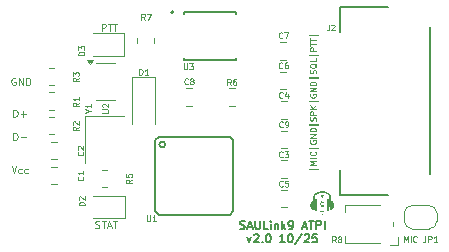
<source format=gbr>
%TF.GenerationSoftware,KiCad,Pcbnew,9.0.4*%
%TF.CreationDate,2025-09-22T16:02:19+02:00*%
%TF.ProjectId,SAULink9_ATPI_v2.0,5341554c-696e-46b3-995f-415450495f76,rev?*%
%TF.SameCoordinates,Original*%
%TF.FileFunction,Legend,Top*%
%TF.FilePolarity,Positive*%
%FSLAX46Y46*%
G04 Gerber Fmt 4.6, Leading zero omitted, Abs format (unit mm)*
G04 Created by KiCad (PCBNEW 9.0.4) date 2025-09-22 16:02:19*
%MOMM*%
%LPD*%
G01*
G04 APERTURE LIST*
%ADD10C,0.125000*%
%ADD11C,0.175000*%
%ADD12C,0.000000*%
%ADD13C,0.120000*%
%ADD14C,0.127000*%
%ADD15C,0.200000*%
%ADD16C,0.203200*%
G04 APERTURE END LIST*
D10*
X116344109Y-84600390D02*
X116286967Y-84571819D01*
X116286967Y-84571819D02*
X116201252Y-84571819D01*
X116201252Y-84571819D02*
X116115538Y-84600390D01*
X116115538Y-84600390D02*
X116058395Y-84657533D01*
X116058395Y-84657533D02*
X116029824Y-84714676D01*
X116029824Y-84714676D02*
X116001252Y-84828962D01*
X116001252Y-84828962D02*
X116001252Y-84914676D01*
X116001252Y-84914676D02*
X116029824Y-85028962D01*
X116029824Y-85028962D02*
X116058395Y-85086105D01*
X116058395Y-85086105D02*
X116115538Y-85143248D01*
X116115538Y-85143248D02*
X116201252Y-85171819D01*
X116201252Y-85171819D02*
X116258395Y-85171819D01*
X116258395Y-85171819D02*
X116344109Y-85143248D01*
X116344109Y-85143248D02*
X116372681Y-85114676D01*
X116372681Y-85114676D02*
X116372681Y-84914676D01*
X116372681Y-84914676D02*
X116258395Y-84914676D01*
X116629824Y-85171819D02*
X116629824Y-84571819D01*
X116629824Y-84571819D02*
X116972681Y-85171819D01*
X116972681Y-85171819D02*
X116972681Y-84571819D01*
X117258395Y-85171819D02*
X117258395Y-84571819D01*
X117258395Y-84571819D02*
X117401252Y-84571819D01*
X117401252Y-84571819D02*
X117486966Y-84600390D01*
X117486966Y-84600390D02*
X117544109Y-84657533D01*
X117544109Y-84657533D02*
X117572680Y-84714676D01*
X117572680Y-84714676D02*
X117601252Y-84828962D01*
X117601252Y-84828962D02*
X117601252Y-84914676D01*
X117601252Y-84914676D02*
X117572680Y-85028962D01*
X117572680Y-85028962D02*
X117544109Y-85086105D01*
X117544109Y-85086105D02*
X117486966Y-85143248D01*
X117486966Y-85143248D02*
X117401252Y-85171819D01*
X117401252Y-85171819D02*
X117258395Y-85171819D01*
X123645714Y-80600071D02*
X123645714Y-80000071D01*
X123645714Y-80000071D02*
X123874285Y-80000071D01*
X123874285Y-80000071D02*
X123931428Y-80028642D01*
X123931428Y-80028642D02*
X123959999Y-80057214D01*
X123959999Y-80057214D02*
X123988571Y-80114357D01*
X123988571Y-80114357D02*
X123988571Y-80200071D01*
X123988571Y-80200071D02*
X123959999Y-80257214D01*
X123959999Y-80257214D02*
X123931428Y-80285785D01*
X123931428Y-80285785D02*
X123874285Y-80314357D01*
X123874285Y-80314357D02*
X123645714Y-80314357D01*
X124159999Y-80000071D02*
X124502857Y-80000071D01*
X124331428Y-80600071D02*
X124331428Y-80000071D01*
X124617142Y-80000071D02*
X124960000Y-80000071D01*
X124788571Y-80600071D02*
X124788571Y-80000071D01*
X141948976Y-88529668D02*
X141234690Y-88529668D01*
X141758500Y-88196335D02*
X141782309Y-88124907D01*
X141782309Y-88124907D02*
X141782309Y-88005859D01*
X141782309Y-88005859D02*
X141758500Y-87958240D01*
X141758500Y-87958240D02*
X141734690Y-87934431D01*
X141734690Y-87934431D02*
X141687071Y-87910621D01*
X141687071Y-87910621D02*
X141639452Y-87910621D01*
X141639452Y-87910621D02*
X141591833Y-87934431D01*
X141591833Y-87934431D02*
X141568023Y-87958240D01*
X141568023Y-87958240D02*
X141544214Y-88005859D01*
X141544214Y-88005859D02*
X141520404Y-88101097D01*
X141520404Y-88101097D02*
X141496595Y-88148716D01*
X141496595Y-88148716D02*
X141472785Y-88172526D01*
X141472785Y-88172526D02*
X141425166Y-88196335D01*
X141425166Y-88196335D02*
X141377547Y-88196335D01*
X141377547Y-88196335D02*
X141329928Y-88172526D01*
X141329928Y-88172526D02*
X141306119Y-88148716D01*
X141306119Y-88148716D02*
X141282309Y-88101097D01*
X141282309Y-88101097D02*
X141282309Y-87982050D01*
X141282309Y-87982050D02*
X141306119Y-87910621D01*
X141782309Y-87696336D02*
X141282309Y-87696336D01*
X141282309Y-87696336D02*
X141282309Y-87505860D01*
X141282309Y-87505860D02*
X141306119Y-87458241D01*
X141306119Y-87458241D02*
X141329928Y-87434431D01*
X141329928Y-87434431D02*
X141377547Y-87410622D01*
X141377547Y-87410622D02*
X141448976Y-87410622D01*
X141448976Y-87410622D02*
X141496595Y-87434431D01*
X141496595Y-87434431D02*
X141520404Y-87458241D01*
X141520404Y-87458241D02*
X141544214Y-87505860D01*
X141544214Y-87505860D02*
X141544214Y-87696336D01*
X141782309Y-87196336D02*
X141282309Y-87196336D01*
X141782309Y-86910622D02*
X141496595Y-87124907D01*
X141282309Y-86910622D02*
X141568023Y-87196336D01*
X141948976Y-86577288D02*
X141234690Y-86577288D01*
X141306119Y-85958241D02*
X141282309Y-86005860D01*
X141282309Y-86005860D02*
X141282309Y-86077289D01*
X141282309Y-86077289D02*
X141306119Y-86148717D01*
X141306119Y-86148717D02*
X141353738Y-86196336D01*
X141353738Y-86196336D02*
X141401357Y-86220146D01*
X141401357Y-86220146D02*
X141496595Y-86243955D01*
X141496595Y-86243955D02*
X141568023Y-86243955D01*
X141568023Y-86243955D02*
X141663261Y-86220146D01*
X141663261Y-86220146D02*
X141710880Y-86196336D01*
X141710880Y-86196336D02*
X141758500Y-86148717D01*
X141758500Y-86148717D02*
X141782309Y-86077289D01*
X141782309Y-86077289D02*
X141782309Y-86029670D01*
X141782309Y-86029670D02*
X141758500Y-85958241D01*
X141758500Y-85958241D02*
X141734690Y-85934432D01*
X141734690Y-85934432D02*
X141568023Y-85934432D01*
X141568023Y-85934432D02*
X141568023Y-86029670D01*
X141782309Y-85720146D02*
X141282309Y-85720146D01*
X141282309Y-85720146D02*
X141782309Y-85434432D01*
X141782309Y-85434432D02*
X141282309Y-85434432D01*
X141782309Y-85196336D02*
X141282309Y-85196336D01*
X141282309Y-85196336D02*
X141282309Y-85077288D01*
X141282309Y-85077288D02*
X141306119Y-85005860D01*
X141306119Y-85005860D02*
X141353738Y-84958241D01*
X141353738Y-84958241D02*
X141401357Y-84934431D01*
X141401357Y-84934431D02*
X141496595Y-84910622D01*
X141496595Y-84910622D02*
X141568023Y-84910622D01*
X141568023Y-84910622D02*
X141663261Y-84934431D01*
X141663261Y-84934431D02*
X141710880Y-84958241D01*
X141710880Y-84958241D02*
X141758500Y-85005860D01*
X141758500Y-85005860D02*
X141782309Y-85077288D01*
X141782309Y-85077288D02*
X141782309Y-85196336D01*
X141948976Y-84577288D02*
X141234690Y-84577288D01*
X116011965Y-92071819D02*
X116211965Y-92671819D01*
X116211965Y-92671819D02*
X116411965Y-92071819D01*
X116869109Y-92643248D02*
X116811966Y-92671819D01*
X116811966Y-92671819D02*
X116697680Y-92671819D01*
X116697680Y-92671819D02*
X116640537Y-92643248D01*
X116640537Y-92643248D02*
X116611966Y-92614676D01*
X116611966Y-92614676D02*
X116583394Y-92557533D01*
X116583394Y-92557533D02*
X116583394Y-92386105D01*
X116583394Y-92386105D02*
X116611966Y-92328962D01*
X116611966Y-92328962D02*
X116640537Y-92300390D01*
X116640537Y-92300390D02*
X116697680Y-92271819D01*
X116697680Y-92271819D02*
X116811966Y-92271819D01*
X116811966Y-92271819D02*
X116869109Y-92300390D01*
X117383395Y-92643248D02*
X117326252Y-92671819D01*
X117326252Y-92671819D02*
X117211966Y-92671819D01*
X117211966Y-92671819D02*
X117154823Y-92643248D01*
X117154823Y-92643248D02*
X117126252Y-92614676D01*
X117126252Y-92614676D02*
X117097680Y-92557533D01*
X117097680Y-92557533D02*
X117097680Y-92386105D01*
X117097680Y-92386105D02*
X117126252Y-92328962D01*
X117126252Y-92328962D02*
X117154823Y-92300390D01*
X117154823Y-92300390D02*
X117211966Y-92271819D01*
X117211966Y-92271819D02*
X117326252Y-92271819D01*
X117326252Y-92271819D02*
X117383395Y-92300390D01*
X141948976Y-84529668D02*
X141234690Y-84529668D01*
X141758500Y-84196335D02*
X141782309Y-84124907D01*
X141782309Y-84124907D02*
X141782309Y-84005859D01*
X141782309Y-84005859D02*
X141758500Y-83958240D01*
X141758500Y-83958240D02*
X141734690Y-83934431D01*
X141734690Y-83934431D02*
X141687071Y-83910621D01*
X141687071Y-83910621D02*
X141639452Y-83910621D01*
X141639452Y-83910621D02*
X141591833Y-83934431D01*
X141591833Y-83934431D02*
X141568023Y-83958240D01*
X141568023Y-83958240D02*
X141544214Y-84005859D01*
X141544214Y-84005859D02*
X141520404Y-84101097D01*
X141520404Y-84101097D02*
X141496595Y-84148716D01*
X141496595Y-84148716D02*
X141472785Y-84172526D01*
X141472785Y-84172526D02*
X141425166Y-84196335D01*
X141425166Y-84196335D02*
X141377547Y-84196335D01*
X141377547Y-84196335D02*
X141329928Y-84172526D01*
X141329928Y-84172526D02*
X141306119Y-84148716D01*
X141306119Y-84148716D02*
X141282309Y-84101097D01*
X141282309Y-84101097D02*
X141282309Y-83982050D01*
X141282309Y-83982050D02*
X141306119Y-83910621D01*
X141829928Y-83363003D02*
X141806119Y-83410622D01*
X141806119Y-83410622D02*
X141758500Y-83458241D01*
X141758500Y-83458241D02*
X141687071Y-83529669D01*
X141687071Y-83529669D02*
X141663261Y-83577288D01*
X141663261Y-83577288D02*
X141663261Y-83624907D01*
X141782309Y-83601098D02*
X141758500Y-83648717D01*
X141758500Y-83648717D02*
X141710880Y-83696336D01*
X141710880Y-83696336D02*
X141615642Y-83720145D01*
X141615642Y-83720145D02*
X141448976Y-83720145D01*
X141448976Y-83720145D02*
X141353738Y-83696336D01*
X141353738Y-83696336D02*
X141306119Y-83648717D01*
X141306119Y-83648717D02*
X141282309Y-83601098D01*
X141282309Y-83601098D02*
X141282309Y-83505860D01*
X141282309Y-83505860D02*
X141306119Y-83458241D01*
X141306119Y-83458241D02*
X141353738Y-83410622D01*
X141353738Y-83410622D02*
X141448976Y-83386812D01*
X141448976Y-83386812D02*
X141615642Y-83386812D01*
X141615642Y-83386812D02*
X141710880Y-83410622D01*
X141710880Y-83410622D02*
X141758500Y-83458241D01*
X141758500Y-83458241D02*
X141782309Y-83505860D01*
X141782309Y-83505860D02*
X141782309Y-83601098D01*
X141782309Y-82934431D02*
X141782309Y-83172526D01*
X141782309Y-83172526D02*
X141282309Y-83172526D01*
X141948976Y-82648716D02*
X141234690Y-82648716D01*
X141782309Y-82291574D02*
X141282309Y-82291574D01*
X141282309Y-82291574D02*
X141282309Y-82101098D01*
X141282309Y-82101098D02*
X141306119Y-82053479D01*
X141306119Y-82053479D02*
X141329928Y-82029669D01*
X141329928Y-82029669D02*
X141377547Y-82005860D01*
X141377547Y-82005860D02*
X141448976Y-82005860D01*
X141448976Y-82005860D02*
X141496595Y-82029669D01*
X141496595Y-82029669D02*
X141520404Y-82053479D01*
X141520404Y-82053479D02*
X141544214Y-82101098D01*
X141544214Y-82101098D02*
X141544214Y-82291574D01*
X141282309Y-81863002D02*
X141282309Y-81577288D01*
X141782309Y-81720145D02*
X141282309Y-81720145D01*
X141282309Y-81482050D02*
X141282309Y-81196336D01*
X141782309Y-81339193D02*
X141282309Y-81339193D01*
X141948976Y-80910622D02*
X141234690Y-80910622D01*
D11*
X135350000Y-97344939D02*
X135450000Y-97378272D01*
X135450000Y-97378272D02*
X135616667Y-97378272D01*
X135616667Y-97378272D02*
X135683333Y-97344939D01*
X135683333Y-97344939D02*
X135716667Y-97311605D01*
X135716667Y-97311605D02*
X135750000Y-97244939D01*
X135750000Y-97244939D02*
X135750000Y-97178272D01*
X135750000Y-97178272D02*
X135716667Y-97111605D01*
X135716667Y-97111605D02*
X135683333Y-97078272D01*
X135683333Y-97078272D02*
X135616667Y-97044939D01*
X135616667Y-97044939D02*
X135483333Y-97011605D01*
X135483333Y-97011605D02*
X135416667Y-96978272D01*
X135416667Y-96978272D02*
X135383333Y-96944939D01*
X135383333Y-96944939D02*
X135350000Y-96878272D01*
X135350000Y-96878272D02*
X135350000Y-96811605D01*
X135350000Y-96811605D02*
X135383333Y-96744939D01*
X135383333Y-96744939D02*
X135416667Y-96711605D01*
X135416667Y-96711605D02*
X135483333Y-96678272D01*
X135483333Y-96678272D02*
X135650000Y-96678272D01*
X135650000Y-96678272D02*
X135750000Y-96711605D01*
X136016667Y-97178272D02*
X136350000Y-97178272D01*
X135950000Y-97378272D02*
X136183334Y-96678272D01*
X136183334Y-96678272D02*
X136416667Y-97378272D01*
X136650000Y-96678272D02*
X136650000Y-97244939D01*
X136650000Y-97244939D02*
X136683334Y-97311605D01*
X136683334Y-97311605D02*
X136716667Y-97344939D01*
X136716667Y-97344939D02*
X136783334Y-97378272D01*
X136783334Y-97378272D02*
X136916667Y-97378272D01*
X136916667Y-97378272D02*
X136983334Y-97344939D01*
X136983334Y-97344939D02*
X137016667Y-97311605D01*
X137016667Y-97311605D02*
X137050000Y-97244939D01*
X137050000Y-97244939D02*
X137050000Y-96678272D01*
X137716667Y-97378272D02*
X137383333Y-97378272D01*
X137383333Y-97378272D02*
X137383333Y-96678272D01*
X137950000Y-97378272D02*
X137950000Y-96911605D01*
X137950000Y-96678272D02*
X137916667Y-96711605D01*
X137916667Y-96711605D02*
X137950000Y-96744939D01*
X137950000Y-96744939D02*
X137983334Y-96711605D01*
X137983334Y-96711605D02*
X137950000Y-96678272D01*
X137950000Y-96678272D02*
X137950000Y-96744939D01*
X138283333Y-96911605D02*
X138283333Y-97378272D01*
X138283333Y-96978272D02*
X138316667Y-96944939D01*
X138316667Y-96944939D02*
X138383333Y-96911605D01*
X138383333Y-96911605D02*
X138483333Y-96911605D01*
X138483333Y-96911605D02*
X138550000Y-96944939D01*
X138550000Y-96944939D02*
X138583333Y-97011605D01*
X138583333Y-97011605D02*
X138583333Y-97378272D01*
X138916666Y-97378272D02*
X138916666Y-96678272D01*
X138983333Y-97111605D02*
X139183333Y-97378272D01*
X139183333Y-96911605D02*
X138916666Y-97178272D01*
X139516667Y-97378272D02*
X139650000Y-97378272D01*
X139650000Y-97378272D02*
X139716667Y-97344939D01*
X139716667Y-97344939D02*
X139750000Y-97311605D01*
X139750000Y-97311605D02*
X139816667Y-97211605D01*
X139816667Y-97211605D02*
X139850000Y-97078272D01*
X139850000Y-97078272D02*
X139850000Y-96811605D01*
X139850000Y-96811605D02*
X139816667Y-96744939D01*
X139816667Y-96744939D02*
X139783333Y-96711605D01*
X139783333Y-96711605D02*
X139716667Y-96678272D01*
X139716667Y-96678272D02*
X139583333Y-96678272D01*
X139583333Y-96678272D02*
X139516667Y-96711605D01*
X139516667Y-96711605D02*
X139483333Y-96744939D01*
X139483333Y-96744939D02*
X139450000Y-96811605D01*
X139450000Y-96811605D02*
X139450000Y-96978272D01*
X139450000Y-96978272D02*
X139483333Y-97044939D01*
X139483333Y-97044939D02*
X139516667Y-97078272D01*
X139516667Y-97078272D02*
X139583333Y-97111605D01*
X139583333Y-97111605D02*
X139716667Y-97111605D01*
X139716667Y-97111605D02*
X139783333Y-97078272D01*
X139783333Y-97078272D02*
X139816667Y-97044939D01*
X139816667Y-97044939D02*
X139850000Y-96978272D01*
X140650000Y-97178272D02*
X140983333Y-97178272D01*
X140583333Y-97378272D02*
X140816667Y-96678272D01*
X140816667Y-96678272D02*
X141050000Y-97378272D01*
X141183333Y-96678272D02*
X141583333Y-96678272D01*
X141383333Y-97378272D02*
X141383333Y-96678272D01*
X141816666Y-97378272D02*
X141816666Y-96678272D01*
X141816666Y-96678272D02*
X142083333Y-96678272D01*
X142083333Y-96678272D02*
X142150000Y-96711605D01*
X142150000Y-96711605D02*
X142183333Y-96744939D01*
X142183333Y-96744939D02*
X142216666Y-96811605D01*
X142216666Y-96811605D02*
X142216666Y-96911605D01*
X142216666Y-96911605D02*
X142183333Y-96978272D01*
X142183333Y-96978272D02*
X142150000Y-97011605D01*
X142150000Y-97011605D02*
X142083333Y-97044939D01*
X142083333Y-97044939D02*
X141816666Y-97044939D01*
X142516666Y-97378272D02*
X142516666Y-96678272D01*
X135983333Y-98038566D02*
X136149999Y-98505233D01*
X136149999Y-98505233D02*
X136316666Y-98038566D01*
X136549999Y-97871900D02*
X136583332Y-97838566D01*
X136583332Y-97838566D02*
X136649999Y-97805233D01*
X136649999Y-97805233D02*
X136816666Y-97805233D01*
X136816666Y-97805233D02*
X136883332Y-97838566D01*
X136883332Y-97838566D02*
X136916666Y-97871900D01*
X136916666Y-97871900D02*
X136949999Y-97938566D01*
X136949999Y-97938566D02*
X136949999Y-98005233D01*
X136949999Y-98005233D02*
X136916666Y-98105233D01*
X136916666Y-98105233D02*
X136516666Y-98505233D01*
X136516666Y-98505233D02*
X136949999Y-98505233D01*
X137249999Y-98438566D02*
X137283333Y-98471900D01*
X137283333Y-98471900D02*
X137249999Y-98505233D01*
X137249999Y-98505233D02*
X137216666Y-98471900D01*
X137216666Y-98471900D02*
X137249999Y-98438566D01*
X137249999Y-98438566D02*
X137249999Y-98505233D01*
X137716666Y-97805233D02*
X137783332Y-97805233D01*
X137783332Y-97805233D02*
X137849999Y-97838566D01*
X137849999Y-97838566D02*
X137883332Y-97871900D01*
X137883332Y-97871900D02*
X137916666Y-97938566D01*
X137916666Y-97938566D02*
X137949999Y-98071900D01*
X137949999Y-98071900D02*
X137949999Y-98238566D01*
X137949999Y-98238566D02*
X137916666Y-98371900D01*
X137916666Y-98371900D02*
X137883332Y-98438566D01*
X137883332Y-98438566D02*
X137849999Y-98471900D01*
X137849999Y-98471900D02*
X137783332Y-98505233D01*
X137783332Y-98505233D02*
X137716666Y-98505233D01*
X137716666Y-98505233D02*
X137649999Y-98471900D01*
X137649999Y-98471900D02*
X137616666Y-98438566D01*
X137616666Y-98438566D02*
X137583332Y-98371900D01*
X137583332Y-98371900D02*
X137549999Y-98238566D01*
X137549999Y-98238566D02*
X137549999Y-98071900D01*
X137549999Y-98071900D02*
X137583332Y-97938566D01*
X137583332Y-97938566D02*
X137616666Y-97871900D01*
X137616666Y-97871900D02*
X137649999Y-97838566D01*
X137649999Y-97838566D02*
X137716666Y-97805233D01*
X139149999Y-98505233D02*
X138749999Y-98505233D01*
X138949999Y-98505233D02*
X138949999Y-97805233D01*
X138949999Y-97805233D02*
X138883332Y-97905233D01*
X138883332Y-97905233D02*
X138816666Y-97971900D01*
X138816666Y-97971900D02*
X138749999Y-98005233D01*
X139583333Y-97805233D02*
X139649999Y-97805233D01*
X139649999Y-97805233D02*
X139716666Y-97838566D01*
X139716666Y-97838566D02*
X139749999Y-97871900D01*
X139749999Y-97871900D02*
X139783333Y-97938566D01*
X139783333Y-97938566D02*
X139816666Y-98071900D01*
X139816666Y-98071900D02*
X139816666Y-98238566D01*
X139816666Y-98238566D02*
X139783333Y-98371900D01*
X139783333Y-98371900D02*
X139749999Y-98438566D01*
X139749999Y-98438566D02*
X139716666Y-98471900D01*
X139716666Y-98471900D02*
X139649999Y-98505233D01*
X139649999Y-98505233D02*
X139583333Y-98505233D01*
X139583333Y-98505233D02*
X139516666Y-98471900D01*
X139516666Y-98471900D02*
X139483333Y-98438566D01*
X139483333Y-98438566D02*
X139449999Y-98371900D01*
X139449999Y-98371900D02*
X139416666Y-98238566D01*
X139416666Y-98238566D02*
X139416666Y-98071900D01*
X139416666Y-98071900D02*
X139449999Y-97938566D01*
X139449999Y-97938566D02*
X139483333Y-97871900D01*
X139483333Y-97871900D02*
X139516666Y-97838566D01*
X139516666Y-97838566D02*
X139583333Y-97805233D01*
X140616666Y-97771900D02*
X140016666Y-98671900D01*
X140816666Y-97871900D02*
X140849999Y-97838566D01*
X140849999Y-97838566D02*
X140916666Y-97805233D01*
X140916666Y-97805233D02*
X141083333Y-97805233D01*
X141083333Y-97805233D02*
X141149999Y-97838566D01*
X141149999Y-97838566D02*
X141183333Y-97871900D01*
X141183333Y-97871900D02*
X141216666Y-97938566D01*
X141216666Y-97938566D02*
X141216666Y-98005233D01*
X141216666Y-98005233D02*
X141183333Y-98105233D01*
X141183333Y-98105233D02*
X140783333Y-98505233D01*
X140783333Y-98505233D02*
X141216666Y-98505233D01*
X141850000Y-97805233D02*
X141516666Y-97805233D01*
X141516666Y-97805233D02*
X141483333Y-98138566D01*
X141483333Y-98138566D02*
X141516666Y-98105233D01*
X141516666Y-98105233D02*
X141583333Y-98071900D01*
X141583333Y-98071900D02*
X141750000Y-98071900D01*
X141750000Y-98071900D02*
X141816666Y-98105233D01*
X141816666Y-98105233D02*
X141850000Y-98138566D01*
X141850000Y-98138566D02*
X141883333Y-98205233D01*
X141883333Y-98205233D02*
X141883333Y-98371900D01*
X141883333Y-98371900D02*
X141850000Y-98438566D01*
X141850000Y-98438566D02*
X141816666Y-98471900D01*
X141816666Y-98471900D02*
X141750000Y-98505233D01*
X141750000Y-98505233D02*
X141583333Y-98505233D01*
X141583333Y-98505233D02*
X141516666Y-98471900D01*
X141516666Y-98471900D02*
X141483333Y-98438566D01*
D10*
X149225238Y-98472309D02*
X149225238Y-97972309D01*
X149225238Y-97972309D02*
X149391905Y-98329452D01*
X149391905Y-98329452D02*
X149558571Y-97972309D01*
X149558571Y-97972309D02*
X149558571Y-98472309D01*
X149796667Y-98472309D02*
X149796667Y-97972309D01*
X150320476Y-98424690D02*
X150296667Y-98448500D01*
X150296667Y-98448500D02*
X150225238Y-98472309D01*
X150225238Y-98472309D02*
X150177619Y-98472309D01*
X150177619Y-98472309D02*
X150106191Y-98448500D01*
X150106191Y-98448500D02*
X150058572Y-98400880D01*
X150058572Y-98400880D02*
X150034762Y-98353261D01*
X150034762Y-98353261D02*
X150010953Y-98258023D01*
X150010953Y-98258023D02*
X150010953Y-98186595D01*
X150010953Y-98186595D02*
X150034762Y-98091357D01*
X150034762Y-98091357D02*
X150058572Y-98043738D01*
X150058572Y-98043738D02*
X150106191Y-97996119D01*
X150106191Y-97996119D02*
X150177619Y-97972309D01*
X150177619Y-97972309D02*
X150225238Y-97972309D01*
X150225238Y-97972309D02*
X150296667Y-97996119D01*
X150296667Y-97996119D02*
X150320476Y-98019928D01*
X151058571Y-97972309D02*
X151058571Y-98329452D01*
X151058571Y-98329452D02*
X151034762Y-98400880D01*
X151034762Y-98400880D02*
X150987143Y-98448500D01*
X150987143Y-98448500D02*
X150915714Y-98472309D01*
X150915714Y-98472309D02*
X150868095Y-98472309D01*
X151296666Y-98472309D02*
X151296666Y-97972309D01*
X151296666Y-97972309D02*
X151487142Y-97972309D01*
X151487142Y-97972309D02*
X151534761Y-97996119D01*
X151534761Y-97996119D02*
X151558571Y-98019928D01*
X151558571Y-98019928D02*
X151582380Y-98067547D01*
X151582380Y-98067547D02*
X151582380Y-98138976D01*
X151582380Y-98138976D02*
X151558571Y-98186595D01*
X151558571Y-98186595D02*
X151534761Y-98210404D01*
X151534761Y-98210404D02*
X151487142Y-98234214D01*
X151487142Y-98234214D02*
X151296666Y-98234214D01*
X152058571Y-98472309D02*
X151772857Y-98472309D01*
X151915714Y-98472309D02*
X151915714Y-97972309D01*
X151915714Y-97972309D02*
X151868095Y-98043738D01*
X151868095Y-98043738D02*
X151820476Y-98091357D01*
X151820476Y-98091357D02*
X151772857Y-98115166D01*
X116172681Y-87871819D02*
X116172681Y-87271819D01*
X116172681Y-87271819D02*
X116315538Y-87271819D01*
X116315538Y-87271819D02*
X116401252Y-87300390D01*
X116401252Y-87300390D02*
X116458395Y-87357533D01*
X116458395Y-87357533D02*
X116486966Y-87414676D01*
X116486966Y-87414676D02*
X116515538Y-87528962D01*
X116515538Y-87528962D02*
X116515538Y-87614676D01*
X116515538Y-87614676D02*
X116486966Y-87728962D01*
X116486966Y-87728962D02*
X116458395Y-87786105D01*
X116458395Y-87786105D02*
X116401252Y-87843248D01*
X116401252Y-87843248D02*
X116315538Y-87871819D01*
X116315538Y-87871819D02*
X116172681Y-87871819D01*
X116772681Y-87643248D02*
X117229824Y-87643248D01*
X117001252Y-87871819D02*
X117001252Y-87414676D01*
X116172681Y-89846819D02*
X116172681Y-89246819D01*
X116172681Y-89246819D02*
X116315538Y-89246819D01*
X116315538Y-89246819D02*
X116401252Y-89275390D01*
X116401252Y-89275390D02*
X116458395Y-89332533D01*
X116458395Y-89332533D02*
X116486966Y-89389676D01*
X116486966Y-89389676D02*
X116515538Y-89503962D01*
X116515538Y-89503962D02*
X116515538Y-89589676D01*
X116515538Y-89589676D02*
X116486966Y-89703962D01*
X116486966Y-89703962D02*
X116458395Y-89761105D01*
X116458395Y-89761105D02*
X116401252Y-89818248D01*
X116401252Y-89818248D02*
X116315538Y-89846819D01*
X116315538Y-89846819D02*
X116172681Y-89846819D01*
X116772681Y-89618248D02*
X117229824Y-89618248D01*
X141948976Y-92279668D02*
X141234690Y-92279668D01*
X141782309Y-91922526D02*
X141282309Y-91922526D01*
X141282309Y-91922526D02*
X141639452Y-91755859D01*
X141639452Y-91755859D02*
X141282309Y-91589193D01*
X141282309Y-91589193D02*
X141782309Y-91589193D01*
X141782309Y-91351097D02*
X141282309Y-91351097D01*
X141734690Y-90827288D02*
X141758500Y-90851097D01*
X141758500Y-90851097D02*
X141782309Y-90922526D01*
X141782309Y-90922526D02*
X141782309Y-90970145D01*
X141782309Y-90970145D02*
X141758500Y-91041573D01*
X141758500Y-91041573D02*
X141710880Y-91089192D01*
X141710880Y-91089192D02*
X141663261Y-91113002D01*
X141663261Y-91113002D02*
X141568023Y-91136811D01*
X141568023Y-91136811D02*
X141496595Y-91136811D01*
X141496595Y-91136811D02*
X141401357Y-91113002D01*
X141401357Y-91113002D02*
X141353738Y-91089192D01*
X141353738Y-91089192D02*
X141306119Y-91041573D01*
X141306119Y-91041573D02*
X141282309Y-90970145D01*
X141282309Y-90970145D02*
X141282309Y-90922526D01*
X141282309Y-90922526D02*
X141306119Y-90851097D01*
X141306119Y-90851097D02*
X141329928Y-90827288D01*
X141948976Y-90493954D02*
X141234690Y-90493954D01*
X141306119Y-89874907D02*
X141282309Y-89922526D01*
X141282309Y-89922526D02*
X141282309Y-89993955D01*
X141282309Y-89993955D02*
X141306119Y-90065383D01*
X141306119Y-90065383D02*
X141353738Y-90113002D01*
X141353738Y-90113002D02*
X141401357Y-90136812D01*
X141401357Y-90136812D02*
X141496595Y-90160621D01*
X141496595Y-90160621D02*
X141568023Y-90160621D01*
X141568023Y-90160621D02*
X141663261Y-90136812D01*
X141663261Y-90136812D02*
X141710880Y-90113002D01*
X141710880Y-90113002D02*
X141758500Y-90065383D01*
X141758500Y-90065383D02*
X141782309Y-89993955D01*
X141782309Y-89993955D02*
X141782309Y-89946336D01*
X141782309Y-89946336D02*
X141758500Y-89874907D01*
X141758500Y-89874907D02*
X141734690Y-89851098D01*
X141734690Y-89851098D02*
X141568023Y-89851098D01*
X141568023Y-89851098D02*
X141568023Y-89946336D01*
X141782309Y-89636812D02*
X141282309Y-89636812D01*
X141282309Y-89636812D02*
X141782309Y-89351098D01*
X141782309Y-89351098D02*
X141282309Y-89351098D01*
X141782309Y-89113002D02*
X141282309Y-89113002D01*
X141282309Y-89113002D02*
X141282309Y-88993954D01*
X141282309Y-88993954D02*
X141306119Y-88922526D01*
X141306119Y-88922526D02*
X141353738Y-88874907D01*
X141353738Y-88874907D02*
X141401357Y-88851097D01*
X141401357Y-88851097D02*
X141496595Y-88827288D01*
X141496595Y-88827288D02*
X141568023Y-88827288D01*
X141568023Y-88827288D02*
X141663261Y-88851097D01*
X141663261Y-88851097D02*
X141710880Y-88874907D01*
X141710880Y-88874907D02*
X141758500Y-88922526D01*
X141758500Y-88922526D02*
X141782309Y-88993954D01*
X141782309Y-88993954D02*
X141782309Y-89113002D01*
X141948976Y-88493954D02*
X141234690Y-88493954D01*
X123114285Y-97261500D02*
X123200000Y-97290071D01*
X123200000Y-97290071D02*
X123342857Y-97290071D01*
X123342857Y-97290071D02*
X123400000Y-97261500D01*
X123400000Y-97261500D02*
X123428571Y-97232928D01*
X123428571Y-97232928D02*
X123457142Y-97175785D01*
X123457142Y-97175785D02*
X123457142Y-97118642D01*
X123457142Y-97118642D02*
X123428571Y-97061500D01*
X123428571Y-97061500D02*
X123400000Y-97032928D01*
X123400000Y-97032928D02*
X123342857Y-97004357D01*
X123342857Y-97004357D02*
X123228571Y-96975785D01*
X123228571Y-96975785D02*
X123171428Y-96947214D01*
X123171428Y-96947214D02*
X123142857Y-96918642D01*
X123142857Y-96918642D02*
X123114285Y-96861500D01*
X123114285Y-96861500D02*
X123114285Y-96804357D01*
X123114285Y-96804357D02*
X123142857Y-96747214D01*
X123142857Y-96747214D02*
X123171428Y-96718642D01*
X123171428Y-96718642D02*
X123228571Y-96690071D01*
X123228571Y-96690071D02*
X123371428Y-96690071D01*
X123371428Y-96690071D02*
X123457142Y-96718642D01*
X123628571Y-96690071D02*
X123971429Y-96690071D01*
X123800000Y-97290071D02*
X123800000Y-96690071D01*
X124142857Y-97118642D02*
X124428572Y-97118642D01*
X124085714Y-97290071D02*
X124285714Y-96690071D01*
X124285714Y-96690071D02*
X124485714Y-97290071D01*
X124600000Y-96690071D02*
X124942858Y-96690071D01*
X124771429Y-97290071D02*
X124771429Y-96690071D01*
X138967918Y-93728938D02*
X138944109Y-93752748D01*
X138944109Y-93752748D02*
X138872680Y-93776557D01*
X138872680Y-93776557D02*
X138825061Y-93776557D01*
X138825061Y-93776557D02*
X138753633Y-93752748D01*
X138753633Y-93752748D02*
X138706014Y-93705128D01*
X138706014Y-93705128D02*
X138682204Y-93657509D01*
X138682204Y-93657509D02*
X138658395Y-93562271D01*
X138658395Y-93562271D02*
X138658395Y-93490843D01*
X138658395Y-93490843D02*
X138682204Y-93395605D01*
X138682204Y-93395605D02*
X138706014Y-93347986D01*
X138706014Y-93347986D02*
X138753633Y-93300367D01*
X138753633Y-93300367D02*
X138825061Y-93276557D01*
X138825061Y-93276557D02*
X138872680Y-93276557D01*
X138872680Y-93276557D02*
X138944109Y-93300367D01*
X138944109Y-93300367D02*
X138967918Y-93324176D01*
X139420299Y-93276557D02*
X139182204Y-93276557D01*
X139182204Y-93276557D02*
X139158395Y-93514652D01*
X139158395Y-93514652D02*
X139182204Y-93490843D01*
X139182204Y-93490843D02*
X139229823Y-93467033D01*
X139229823Y-93467033D02*
X139348871Y-93467033D01*
X139348871Y-93467033D02*
X139396490Y-93490843D01*
X139396490Y-93490843D02*
X139420299Y-93514652D01*
X139420299Y-93514652D02*
X139444109Y-93562271D01*
X139444109Y-93562271D02*
X139444109Y-93681319D01*
X139444109Y-93681319D02*
X139420299Y-93728938D01*
X139420299Y-93728938D02*
X139396490Y-93752748D01*
X139396490Y-93752748D02*
X139348871Y-93776557D01*
X139348871Y-93776557D02*
X139229823Y-93776557D01*
X139229823Y-93776557D02*
X139182204Y-93752748D01*
X139182204Y-93752748D02*
X139158395Y-93728938D01*
X121701061Y-84585081D02*
X121462966Y-84751747D01*
X121701061Y-84870795D02*
X121201061Y-84870795D01*
X121201061Y-84870795D02*
X121201061Y-84680319D01*
X121201061Y-84680319D02*
X121224871Y-84632700D01*
X121224871Y-84632700D02*
X121248680Y-84608890D01*
X121248680Y-84608890D02*
X121296299Y-84585081D01*
X121296299Y-84585081D02*
X121367728Y-84585081D01*
X121367728Y-84585081D02*
X121415347Y-84608890D01*
X121415347Y-84608890D02*
X121439156Y-84632700D01*
X121439156Y-84632700D02*
X121462966Y-84680319D01*
X121462966Y-84680319D02*
X121462966Y-84870795D01*
X121201061Y-84418414D02*
X121201061Y-84108890D01*
X121201061Y-84108890D02*
X121391537Y-84275557D01*
X121391537Y-84275557D02*
X121391537Y-84204128D01*
X121391537Y-84204128D02*
X121415347Y-84156509D01*
X121415347Y-84156509D02*
X121439156Y-84132700D01*
X121439156Y-84132700D02*
X121486775Y-84108890D01*
X121486775Y-84108890D02*
X121605823Y-84108890D01*
X121605823Y-84108890D02*
X121653442Y-84132700D01*
X121653442Y-84132700D02*
X121677252Y-84156509D01*
X121677252Y-84156509D02*
X121701061Y-84204128D01*
X121701061Y-84204128D02*
X121701061Y-84346985D01*
X121701061Y-84346985D02*
X121677252Y-84394604D01*
X121677252Y-84394604D02*
X121653442Y-84418414D01*
X134580418Y-85176557D02*
X134413752Y-84938462D01*
X134294704Y-85176557D02*
X134294704Y-84676557D01*
X134294704Y-84676557D02*
X134485180Y-84676557D01*
X134485180Y-84676557D02*
X134532799Y-84700367D01*
X134532799Y-84700367D02*
X134556609Y-84724176D01*
X134556609Y-84724176D02*
X134580418Y-84771795D01*
X134580418Y-84771795D02*
X134580418Y-84843224D01*
X134580418Y-84843224D02*
X134556609Y-84890843D01*
X134556609Y-84890843D02*
X134532799Y-84914652D01*
X134532799Y-84914652D02*
X134485180Y-84938462D01*
X134485180Y-84938462D02*
X134294704Y-84938462D01*
X135008990Y-84676557D02*
X134913752Y-84676557D01*
X134913752Y-84676557D02*
X134866133Y-84700367D01*
X134866133Y-84700367D02*
X134842323Y-84724176D01*
X134842323Y-84724176D02*
X134794704Y-84795605D01*
X134794704Y-84795605D02*
X134770895Y-84890843D01*
X134770895Y-84890843D02*
X134770895Y-85081319D01*
X134770895Y-85081319D02*
X134794704Y-85128938D01*
X134794704Y-85128938D02*
X134818514Y-85152748D01*
X134818514Y-85152748D02*
X134866133Y-85176557D01*
X134866133Y-85176557D02*
X134961371Y-85176557D01*
X134961371Y-85176557D02*
X135008990Y-85152748D01*
X135008990Y-85152748D02*
X135032799Y-85128938D01*
X135032799Y-85128938D02*
X135056609Y-85081319D01*
X135056609Y-85081319D02*
X135056609Y-84962271D01*
X135056609Y-84962271D02*
X135032799Y-84914652D01*
X135032799Y-84914652D02*
X135008990Y-84890843D01*
X135008990Y-84890843D02*
X134961371Y-84867033D01*
X134961371Y-84867033D02*
X134866133Y-84867033D01*
X134866133Y-84867033D02*
X134818514Y-84890843D01*
X134818514Y-84890843D02*
X134794704Y-84914652D01*
X134794704Y-84914652D02*
X134770895Y-84962271D01*
X121701061Y-88735081D02*
X121462966Y-88901747D01*
X121701061Y-89020795D02*
X121201061Y-89020795D01*
X121201061Y-89020795D02*
X121201061Y-88830319D01*
X121201061Y-88830319D02*
X121224871Y-88782700D01*
X121224871Y-88782700D02*
X121248680Y-88758890D01*
X121248680Y-88758890D02*
X121296299Y-88735081D01*
X121296299Y-88735081D02*
X121367728Y-88735081D01*
X121367728Y-88735081D02*
X121415347Y-88758890D01*
X121415347Y-88758890D02*
X121439156Y-88782700D01*
X121439156Y-88782700D02*
X121462966Y-88830319D01*
X121462966Y-88830319D02*
X121462966Y-89020795D01*
X121248680Y-88544604D02*
X121224871Y-88520795D01*
X121224871Y-88520795D02*
X121201061Y-88473176D01*
X121201061Y-88473176D02*
X121201061Y-88354128D01*
X121201061Y-88354128D02*
X121224871Y-88306509D01*
X121224871Y-88306509D02*
X121248680Y-88282700D01*
X121248680Y-88282700D02*
X121296299Y-88258890D01*
X121296299Y-88258890D02*
X121343918Y-88258890D01*
X121343918Y-88258890D02*
X121415347Y-88282700D01*
X121415347Y-88282700D02*
X121701061Y-88568414D01*
X121701061Y-88568414D02*
X121701061Y-88258890D01*
X130942918Y-85078938D02*
X130919109Y-85102748D01*
X130919109Y-85102748D02*
X130847680Y-85126557D01*
X130847680Y-85126557D02*
X130800061Y-85126557D01*
X130800061Y-85126557D02*
X130728633Y-85102748D01*
X130728633Y-85102748D02*
X130681014Y-85055128D01*
X130681014Y-85055128D02*
X130657204Y-85007509D01*
X130657204Y-85007509D02*
X130633395Y-84912271D01*
X130633395Y-84912271D02*
X130633395Y-84840843D01*
X130633395Y-84840843D02*
X130657204Y-84745605D01*
X130657204Y-84745605D02*
X130681014Y-84697986D01*
X130681014Y-84697986D02*
X130728633Y-84650367D01*
X130728633Y-84650367D02*
X130800061Y-84626557D01*
X130800061Y-84626557D02*
X130847680Y-84626557D01*
X130847680Y-84626557D02*
X130919109Y-84650367D01*
X130919109Y-84650367D02*
X130942918Y-84674176D01*
X131228633Y-84840843D02*
X131181014Y-84817033D01*
X131181014Y-84817033D02*
X131157204Y-84793224D01*
X131157204Y-84793224D02*
X131133395Y-84745605D01*
X131133395Y-84745605D02*
X131133395Y-84721795D01*
X131133395Y-84721795D02*
X131157204Y-84674176D01*
X131157204Y-84674176D02*
X131181014Y-84650367D01*
X131181014Y-84650367D02*
X131228633Y-84626557D01*
X131228633Y-84626557D02*
X131323871Y-84626557D01*
X131323871Y-84626557D02*
X131371490Y-84650367D01*
X131371490Y-84650367D02*
X131395299Y-84674176D01*
X131395299Y-84674176D02*
X131419109Y-84721795D01*
X131419109Y-84721795D02*
X131419109Y-84745605D01*
X131419109Y-84745605D02*
X131395299Y-84793224D01*
X131395299Y-84793224D02*
X131371490Y-84817033D01*
X131371490Y-84817033D02*
X131323871Y-84840843D01*
X131323871Y-84840843D02*
X131228633Y-84840843D01*
X131228633Y-84840843D02*
X131181014Y-84864652D01*
X131181014Y-84864652D02*
X131157204Y-84888462D01*
X131157204Y-84888462D02*
X131133395Y-84936081D01*
X131133395Y-84936081D02*
X131133395Y-85031319D01*
X131133395Y-85031319D02*
X131157204Y-85078938D01*
X131157204Y-85078938D02*
X131181014Y-85102748D01*
X131181014Y-85102748D02*
X131228633Y-85126557D01*
X131228633Y-85126557D02*
X131323871Y-85126557D01*
X131323871Y-85126557D02*
X131371490Y-85102748D01*
X131371490Y-85102748D02*
X131395299Y-85078938D01*
X131395299Y-85078938D02*
X131419109Y-85031319D01*
X131419109Y-85031319D02*
X131419109Y-84936081D01*
X131419109Y-84936081D02*
X131395299Y-84888462D01*
X131395299Y-84888462D02*
X131371490Y-84864652D01*
X131371490Y-84864652D02*
X131323871Y-84840843D01*
X143468466Y-98501609D02*
X143301800Y-98263514D01*
X143182752Y-98501609D02*
X143182752Y-98001609D01*
X143182752Y-98001609D02*
X143373228Y-98001609D01*
X143373228Y-98001609D02*
X143420847Y-98025419D01*
X143420847Y-98025419D02*
X143444657Y-98049228D01*
X143444657Y-98049228D02*
X143468466Y-98096847D01*
X143468466Y-98096847D02*
X143468466Y-98168276D01*
X143468466Y-98168276D02*
X143444657Y-98215895D01*
X143444657Y-98215895D02*
X143420847Y-98239704D01*
X143420847Y-98239704D02*
X143373228Y-98263514D01*
X143373228Y-98263514D02*
X143182752Y-98263514D01*
X143754181Y-98215895D02*
X143706562Y-98192085D01*
X143706562Y-98192085D02*
X143682752Y-98168276D01*
X143682752Y-98168276D02*
X143658943Y-98120657D01*
X143658943Y-98120657D02*
X143658943Y-98096847D01*
X143658943Y-98096847D02*
X143682752Y-98049228D01*
X143682752Y-98049228D02*
X143706562Y-98025419D01*
X143706562Y-98025419D02*
X143754181Y-98001609D01*
X143754181Y-98001609D02*
X143849419Y-98001609D01*
X143849419Y-98001609D02*
X143897038Y-98025419D01*
X143897038Y-98025419D02*
X143920847Y-98049228D01*
X143920847Y-98049228D02*
X143944657Y-98096847D01*
X143944657Y-98096847D02*
X143944657Y-98120657D01*
X143944657Y-98120657D02*
X143920847Y-98168276D01*
X143920847Y-98168276D02*
X143897038Y-98192085D01*
X143897038Y-98192085D02*
X143849419Y-98215895D01*
X143849419Y-98215895D02*
X143754181Y-98215895D01*
X143754181Y-98215895D02*
X143706562Y-98239704D01*
X143706562Y-98239704D02*
X143682752Y-98263514D01*
X143682752Y-98263514D02*
X143658943Y-98311133D01*
X143658943Y-98311133D02*
X143658943Y-98406371D01*
X143658943Y-98406371D02*
X143682752Y-98453990D01*
X143682752Y-98453990D02*
X143706562Y-98477800D01*
X143706562Y-98477800D02*
X143754181Y-98501609D01*
X143754181Y-98501609D02*
X143849419Y-98501609D01*
X143849419Y-98501609D02*
X143897038Y-98477800D01*
X143897038Y-98477800D02*
X143920847Y-98453990D01*
X143920847Y-98453990D02*
X143944657Y-98406371D01*
X143944657Y-98406371D02*
X143944657Y-98311133D01*
X143944657Y-98311133D02*
X143920847Y-98263514D01*
X143920847Y-98263514D02*
X143897038Y-98239704D01*
X143897038Y-98239704D02*
X143849419Y-98215895D01*
X127292918Y-79651557D02*
X127126252Y-79413462D01*
X127007204Y-79651557D02*
X127007204Y-79151557D01*
X127007204Y-79151557D02*
X127197680Y-79151557D01*
X127197680Y-79151557D02*
X127245299Y-79175367D01*
X127245299Y-79175367D02*
X127269109Y-79199176D01*
X127269109Y-79199176D02*
X127292918Y-79246795D01*
X127292918Y-79246795D02*
X127292918Y-79318224D01*
X127292918Y-79318224D02*
X127269109Y-79365843D01*
X127269109Y-79365843D02*
X127245299Y-79389652D01*
X127245299Y-79389652D02*
X127197680Y-79413462D01*
X127197680Y-79413462D02*
X127007204Y-79413462D01*
X127459585Y-79151557D02*
X127792918Y-79151557D01*
X127792918Y-79151557D02*
X127578633Y-79651557D01*
X138967918Y-86228938D02*
X138944109Y-86252748D01*
X138944109Y-86252748D02*
X138872680Y-86276557D01*
X138872680Y-86276557D02*
X138825061Y-86276557D01*
X138825061Y-86276557D02*
X138753633Y-86252748D01*
X138753633Y-86252748D02*
X138706014Y-86205128D01*
X138706014Y-86205128D02*
X138682204Y-86157509D01*
X138682204Y-86157509D02*
X138658395Y-86062271D01*
X138658395Y-86062271D02*
X138658395Y-85990843D01*
X138658395Y-85990843D02*
X138682204Y-85895605D01*
X138682204Y-85895605D02*
X138706014Y-85847986D01*
X138706014Y-85847986D02*
X138753633Y-85800367D01*
X138753633Y-85800367D02*
X138825061Y-85776557D01*
X138825061Y-85776557D02*
X138872680Y-85776557D01*
X138872680Y-85776557D02*
X138944109Y-85800367D01*
X138944109Y-85800367D02*
X138967918Y-85824176D01*
X139396490Y-85943224D02*
X139396490Y-86276557D01*
X139277442Y-85752748D02*
X139158395Y-86109890D01*
X139158395Y-86109890D02*
X139467918Y-86109890D01*
X122053442Y-90835081D02*
X122077252Y-90858890D01*
X122077252Y-90858890D02*
X122101061Y-90930319D01*
X122101061Y-90930319D02*
X122101061Y-90977938D01*
X122101061Y-90977938D02*
X122077252Y-91049366D01*
X122077252Y-91049366D02*
X122029632Y-91096985D01*
X122029632Y-91096985D02*
X121982013Y-91120795D01*
X121982013Y-91120795D02*
X121886775Y-91144604D01*
X121886775Y-91144604D02*
X121815347Y-91144604D01*
X121815347Y-91144604D02*
X121720109Y-91120795D01*
X121720109Y-91120795D02*
X121672490Y-91096985D01*
X121672490Y-91096985D02*
X121624871Y-91049366D01*
X121624871Y-91049366D02*
X121601061Y-90977938D01*
X121601061Y-90977938D02*
X121601061Y-90930319D01*
X121601061Y-90930319D02*
X121624871Y-90858890D01*
X121624871Y-90858890D02*
X121648680Y-90835081D01*
X121648680Y-90644604D02*
X121624871Y-90620795D01*
X121624871Y-90620795D02*
X121601061Y-90573176D01*
X121601061Y-90573176D02*
X121601061Y-90454128D01*
X121601061Y-90454128D02*
X121624871Y-90406509D01*
X121624871Y-90406509D02*
X121648680Y-90382700D01*
X121648680Y-90382700D02*
X121696299Y-90358890D01*
X121696299Y-90358890D02*
X121743918Y-90358890D01*
X121743918Y-90358890D02*
X121815347Y-90382700D01*
X121815347Y-90382700D02*
X122101061Y-90668414D01*
X122101061Y-90668414D02*
X122101061Y-90358890D01*
X122194809Y-95369047D02*
X121694809Y-95369047D01*
X121694809Y-95369047D02*
X121694809Y-95249999D01*
X121694809Y-95249999D02*
X121718619Y-95178571D01*
X121718619Y-95178571D02*
X121766238Y-95130952D01*
X121766238Y-95130952D02*
X121813857Y-95107142D01*
X121813857Y-95107142D02*
X121909095Y-95083333D01*
X121909095Y-95083333D02*
X121980523Y-95083333D01*
X121980523Y-95083333D02*
X122075761Y-95107142D01*
X122075761Y-95107142D02*
X122123380Y-95130952D01*
X122123380Y-95130952D02*
X122171000Y-95178571D01*
X122171000Y-95178571D02*
X122194809Y-95249999D01*
X122194809Y-95249999D02*
X122194809Y-95369047D01*
X121742428Y-94892856D02*
X121718619Y-94869047D01*
X121718619Y-94869047D02*
X121694809Y-94821428D01*
X121694809Y-94821428D02*
X121694809Y-94702380D01*
X121694809Y-94702380D02*
X121718619Y-94654761D01*
X121718619Y-94654761D02*
X121742428Y-94630952D01*
X121742428Y-94630952D02*
X121790047Y-94607142D01*
X121790047Y-94607142D02*
X121837666Y-94607142D01*
X121837666Y-94607142D02*
X121909095Y-94630952D01*
X121909095Y-94630952D02*
X122194809Y-94916666D01*
X122194809Y-94916666D02*
X122194809Y-94607142D01*
X126201061Y-93185081D02*
X125962966Y-93351747D01*
X126201061Y-93470795D02*
X125701061Y-93470795D01*
X125701061Y-93470795D02*
X125701061Y-93280319D01*
X125701061Y-93280319D02*
X125724871Y-93232700D01*
X125724871Y-93232700D02*
X125748680Y-93208890D01*
X125748680Y-93208890D02*
X125796299Y-93185081D01*
X125796299Y-93185081D02*
X125867728Y-93185081D01*
X125867728Y-93185081D02*
X125915347Y-93208890D01*
X125915347Y-93208890D02*
X125939156Y-93232700D01*
X125939156Y-93232700D02*
X125962966Y-93280319D01*
X125962966Y-93280319D02*
X125962966Y-93470795D01*
X125701061Y-92732700D02*
X125701061Y-92970795D01*
X125701061Y-92970795D02*
X125939156Y-92994604D01*
X125939156Y-92994604D02*
X125915347Y-92970795D01*
X125915347Y-92970795D02*
X125891537Y-92923176D01*
X125891537Y-92923176D02*
X125891537Y-92804128D01*
X125891537Y-92804128D02*
X125915347Y-92756509D01*
X125915347Y-92756509D02*
X125939156Y-92732700D01*
X125939156Y-92732700D02*
X125986775Y-92708890D01*
X125986775Y-92708890D02*
X126105823Y-92708890D01*
X126105823Y-92708890D02*
X126153442Y-92732700D01*
X126153442Y-92732700D02*
X126177252Y-92756509D01*
X126177252Y-92756509D02*
X126201061Y-92804128D01*
X126201061Y-92804128D02*
X126201061Y-92923176D01*
X126201061Y-92923176D02*
X126177252Y-92970795D01*
X126177252Y-92970795D02*
X126153442Y-92994604D01*
X122053442Y-92935081D02*
X122077252Y-92958890D01*
X122077252Y-92958890D02*
X122101061Y-93030319D01*
X122101061Y-93030319D02*
X122101061Y-93077938D01*
X122101061Y-93077938D02*
X122077252Y-93149366D01*
X122077252Y-93149366D02*
X122029632Y-93196985D01*
X122029632Y-93196985D02*
X121982013Y-93220795D01*
X121982013Y-93220795D02*
X121886775Y-93244604D01*
X121886775Y-93244604D02*
X121815347Y-93244604D01*
X121815347Y-93244604D02*
X121720109Y-93220795D01*
X121720109Y-93220795D02*
X121672490Y-93196985D01*
X121672490Y-93196985D02*
X121624871Y-93149366D01*
X121624871Y-93149366D02*
X121601061Y-93077938D01*
X121601061Y-93077938D02*
X121601061Y-93030319D01*
X121601061Y-93030319D02*
X121624871Y-92958890D01*
X121624871Y-92958890D02*
X121648680Y-92935081D01*
X122101061Y-92458890D02*
X122101061Y-92744604D01*
X122101061Y-92601747D02*
X121601061Y-92601747D01*
X121601061Y-92601747D02*
X121672490Y-92649366D01*
X121672490Y-92649366D02*
X121720109Y-92696985D01*
X121720109Y-92696985D02*
X121743918Y-92744604D01*
X138967918Y-88703938D02*
X138944109Y-88727748D01*
X138944109Y-88727748D02*
X138872680Y-88751557D01*
X138872680Y-88751557D02*
X138825061Y-88751557D01*
X138825061Y-88751557D02*
X138753633Y-88727748D01*
X138753633Y-88727748D02*
X138706014Y-88680128D01*
X138706014Y-88680128D02*
X138682204Y-88632509D01*
X138682204Y-88632509D02*
X138658395Y-88537271D01*
X138658395Y-88537271D02*
X138658395Y-88465843D01*
X138658395Y-88465843D02*
X138682204Y-88370605D01*
X138682204Y-88370605D02*
X138706014Y-88322986D01*
X138706014Y-88322986D02*
X138753633Y-88275367D01*
X138753633Y-88275367D02*
X138825061Y-88251557D01*
X138825061Y-88251557D02*
X138872680Y-88251557D01*
X138872680Y-88251557D02*
X138944109Y-88275367D01*
X138944109Y-88275367D02*
X138967918Y-88299176D01*
X139206014Y-88751557D02*
X139301252Y-88751557D01*
X139301252Y-88751557D02*
X139348871Y-88727748D01*
X139348871Y-88727748D02*
X139372680Y-88703938D01*
X139372680Y-88703938D02*
X139420299Y-88632509D01*
X139420299Y-88632509D02*
X139444109Y-88537271D01*
X139444109Y-88537271D02*
X139444109Y-88346795D01*
X139444109Y-88346795D02*
X139420299Y-88299176D01*
X139420299Y-88299176D02*
X139396490Y-88275367D01*
X139396490Y-88275367D02*
X139348871Y-88251557D01*
X139348871Y-88251557D02*
X139253633Y-88251557D01*
X139253633Y-88251557D02*
X139206014Y-88275367D01*
X139206014Y-88275367D02*
X139182204Y-88299176D01*
X139182204Y-88299176D02*
X139158395Y-88346795D01*
X139158395Y-88346795D02*
X139158395Y-88465843D01*
X139158395Y-88465843D02*
X139182204Y-88513462D01*
X139182204Y-88513462D02*
X139206014Y-88537271D01*
X139206014Y-88537271D02*
X139253633Y-88561081D01*
X139253633Y-88561081D02*
X139348871Y-88561081D01*
X139348871Y-88561081D02*
X139396490Y-88537271D01*
X139396490Y-88537271D02*
X139420299Y-88513462D01*
X139420299Y-88513462D02*
X139444109Y-88465843D01*
X142876133Y-80061609D02*
X142876133Y-80418752D01*
X142876133Y-80418752D02*
X142852324Y-80490180D01*
X142852324Y-80490180D02*
X142804705Y-80537800D01*
X142804705Y-80537800D02*
X142733276Y-80561609D01*
X142733276Y-80561609D02*
X142685657Y-80561609D01*
X143090419Y-80109228D02*
X143114228Y-80085419D01*
X143114228Y-80085419D02*
X143161847Y-80061609D01*
X143161847Y-80061609D02*
X143280895Y-80061609D01*
X143280895Y-80061609D02*
X143328514Y-80085419D01*
X143328514Y-80085419D02*
X143352323Y-80109228D01*
X143352323Y-80109228D02*
X143376133Y-80156847D01*
X143376133Y-80156847D02*
X143376133Y-80204466D01*
X143376133Y-80204466D02*
X143352323Y-80275895D01*
X143352323Y-80275895D02*
X143066609Y-80561609D01*
X143066609Y-80561609D02*
X143376133Y-80561609D01*
X130599047Y-83344809D02*
X130599047Y-83749571D01*
X130599047Y-83749571D02*
X130622857Y-83797190D01*
X130622857Y-83797190D02*
X130646666Y-83821000D01*
X130646666Y-83821000D02*
X130694285Y-83844809D01*
X130694285Y-83844809D02*
X130789523Y-83844809D01*
X130789523Y-83844809D02*
X130837142Y-83821000D01*
X130837142Y-83821000D02*
X130860952Y-83797190D01*
X130860952Y-83797190D02*
X130884761Y-83749571D01*
X130884761Y-83749571D02*
X130884761Y-83344809D01*
X131075238Y-83344809D02*
X131384762Y-83344809D01*
X131384762Y-83344809D02*
X131218095Y-83535285D01*
X131218095Y-83535285D02*
X131289524Y-83535285D01*
X131289524Y-83535285D02*
X131337143Y-83559095D01*
X131337143Y-83559095D02*
X131360952Y-83582904D01*
X131360952Y-83582904D02*
X131384762Y-83630523D01*
X131384762Y-83630523D02*
X131384762Y-83749571D01*
X131384762Y-83749571D02*
X131360952Y-83797190D01*
X131360952Y-83797190D02*
X131337143Y-83821000D01*
X131337143Y-83821000D02*
X131289524Y-83844809D01*
X131289524Y-83844809D02*
X131146667Y-83844809D01*
X131146667Y-83844809D02*
X131099048Y-83821000D01*
X131099048Y-83821000D02*
X131075238Y-83797190D01*
X122174809Y-82659047D02*
X121674809Y-82659047D01*
X121674809Y-82659047D02*
X121674809Y-82539999D01*
X121674809Y-82539999D02*
X121698619Y-82468571D01*
X121698619Y-82468571D02*
X121746238Y-82420952D01*
X121746238Y-82420952D02*
X121793857Y-82397142D01*
X121793857Y-82397142D02*
X121889095Y-82373333D01*
X121889095Y-82373333D02*
X121960523Y-82373333D01*
X121960523Y-82373333D02*
X122055761Y-82397142D01*
X122055761Y-82397142D02*
X122103380Y-82420952D01*
X122103380Y-82420952D02*
X122151000Y-82468571D01*
X122151000Y-82468571D02*
X122174809Y-82539999D01*
X122174809Y-82539999D02*
X122174809Y-82659047D01*
X121674809Y-82206666D02*
X121674809Y-81897142D01*
X121674809Y-81897142D02*
X121865285Y-82063809D01*
X121865285Y-82063809D02*
X121865285Y-81992380D01*
X121865285Y-81992380D02*
X121889095Y-81944761D01*
X121889095Y-81944761D02*
X121912904Y-81920952D01*
X121912904Y-81920952D02*
X121960523Y-81897142D01*
X121960523Y-81897142D02*
X122079571Y-81897142D01*
X122079571Y-81897142D02*
X122127190Y-81920952D01*
X122127190Y-81920952D02*
X122151000Y-81944761D01*
X122151000Y-81944761D02*
X122174809Y-81992380D01*
X122174809Y-81992380D02*
X122174809Y-82135237D01*
X122174809Y-82135237D02*
X122151000Y-82182856D01*
X122151000Y-82182856D02*
X122127190Y-82206666D01*
X121701061Y-86685081D02*
X121462966Y-86851747D01*
X121701061Y-86970795D02*
X121201061Y-86970795D01*
X121201061Y-86970795D02*
X121201061Y-86780319D01*
X121201061Y-86780319D02*
X121224871Y-86732700D01*
X121224871Y-86732700D02*
X121248680Y-86708890D01*
X121248680Y-86708890D02*
X121296299Y-86685081D01*
X121296299Y-86685081D02*
X121367728Y-86685081D01*
X121367728Y-86685081D02*
X121415347Y-86708890D01*
X121415347Y-86708890D02*
X121439156Y-86732700D01*
X121439156Y-86732700D02*
X121462966Y-86780319D01*
X121462966Y-86780319D02*
X121462966Y-86970795D01*
X121701061Y-86208890D02*
X121701061Y-86494604D01*
X121701061Y-86351747D02*
X121201061Y-86351747D01*
X121201061Y-86351747D02*
X121272490Y-86399366D01*
X121272490Y-86399366D02*
X121320109Y-86446985D01*
X121320109Y-86446985D02*
X121343918Y-86494604D01*
X138942918Y-81178938D02*
X138919109Y-81202748D01*
X138919109Y-81202748D02*
X138847680Y-81226557D01*
X138847680Y-81226557D02*
X138800061Y-81226557D01*
X138800061Y-81226557D02*
X138728633Y-81202748D01*
X138728633Y-81202748D02*
X138681014Y-81155128D01*
X138681014Y-81155128D02*
X138657204Y-81107509D01*
X138657204Y-81107509D02*
X138633395Y-81012271D01*
X138633395Y-81012271D02*
X138633395Y-80940843D01*
X138633395Y-80940843D02*
X138657204Y-80845605D01*
X138657204Y-80845605D02*
X138681014Y-80797986D01*
X138681014Y-80797986D02*
X138728633Y-80750367D01*
X138728633Y-80750367D02*
X138800061Y-80726557D01*
X138800061Y-80726557D02*
X138847680Y-80726557D01*
X138847680Y-80726557D02*
X138919109Y-80750367D01*
X138919109Y-80750367D02*
X138942918Y-80774176D01*
X139109585Y-80726557D02*
X139442918Y-80726557D01*
X139442918Y-80726557D02*
X139228633Y-81226557D01*
X127445299Y-96226557D02*
X127445299Y-96631319D01*
X127445299Y-96631319D02*
X127469109Y-96678938D01*
X127469109Y-96678938D02*
X127492918Y-96702748D01*
X127492918Y-96702748D02*
X127540537Y-96726557D01*
X127540537Y-96726557D02*
X127635775Y-96726557D01*
X127635775Y-96726557D02*
X127683394Y-96702748D01*
X127683394Y-96702748D02*
X127707204Y-96678938D01*
X127707204Y-96678938D02*
X127731013Y-96631319D01*
X127731013Y-96631319D02*
X127731013Y-96226557D01*
X128231014Y-96726557D02*
X127945300Y-96726557D01*
X128088157Y-96726557D02*
X128088157Y-96226557D01*
X128088157Y-96226557D02*
X128040538Y-96297986D01*
X128040538Y-96297986D02*
X127992919Y-96345605D01*
X127992919Y-96345605D02*
X127945300Y-96369414D01*
X122526714Y-87388094D02*
X122764809Y-87388094D01*
X122264809Y-87554760D02*
X122526714Y-87388094D01*
X122526714Y-87388094D02*
X122264809Y-87221427D01*
X122764809Y-86792856D02*
X122764809Y-87078570D01*
X122764809Y-86935713D02*
X122264809Y-86935713D01*
X122264809Y-86935713D02*
X122336238Y-86983332D01*
X122336238Y-86983332D02*
X122383857Y-87030951D01*
X122383857Y-87030951D02*
X122407666Y-87078570D01*
X138942918Y-83728938D02*
X138919109Y-83752748D01*
X138919109Y-83752748D02*
X138847680Y-83776557D01*
X138847680Y-83776557D02*
X138800061Y-83776557D01*
X138800061Y-83776557D02*
X138728633Y-83752748D01*
X138728633Y-83752748D02*
X138681014Y-83705128D01*
X138681014Y-83705128D02*
X138657204Y-83657509D01*
X138657204Y-83657509D02*
X138633395Y-83562271D01*
X138633395Y-83562271D02*
X138633395Y-83490843D01*
X138633395Y-83490843D02*
X138657204Y-83395605D01*
X138657204Y-83395605D02*
X138681014Y-83347986D01*
X138681014Y-83347986D02*
X138728633Y-83300367D01*
X138728633Y-83300367D02*
X138800061Y-83276557D01*
X138800061Y-83276557D02*
X138847680Y-83276557D01*
X138847680Y-83276557D02*
X138919109Y-83300367D01*
X138919109Y-83300367D02*
X138942918Y-83324176D01*
X139371490Y-83276557D02*
X139276252Y-83276557D01*
X139276252Y-83276557D02*
X139228633Y-83300367D01*
X139228633Y-83300367D02*
X139204823Y-83324176D01*
X139204823Y-83324176D02*
X139157204Y-83395605D01*
X139157204Y-83395605D02*
X139133395Y-83490843D01*
X139133395Y-83490843D02*
X139133395Y-83681319D01*
X139133395Y-83681319D02*
X139157204Y-83728938D01*
X139157204Y-83728938D02*
X139181014Y-83752748D01*
X139181014Y-83752748D02*
X139228633Y-83776557D01*
X139228633Y-83776557D02*
X139323871Y-83776557D01*
X139323871Y-83776557D02*
X139371490Y-83752748D01*
X139371490Y-83752748D02*
X139395299Y-83728938D01*
X139395299Y-83728938D02*
X139419109Y-83681319D01*
X139419109Y-83681319D02*
X139419109Y-83562271D01*
X139419109Y-83562271D02*
X139395299Y-83514652D01*
X139395299Y-83514652D02*
X139371490Y-83490843D01*
X139371490Y-83490843D02*
X139323871Y-83467033D01*
X139323871Y-83467033D02*
X139228633Y-83467033D01*
X139228633Y-83467033D02*
X139181014Y-83490843D01*
X139181014Y-83490843D02*
X139157204Y-83514652D01*
X139157204Y-83514652D02*
X139133395Y-83562271D01*
X138955418Y-91253938D02*
X138931609Y-91277748D01*
X138931609Y-91277748D02*
X138860180Y-91301557D01*
X138860180Y-91301557D02*
X138812561Y-91301557D01*
X138812561Y-91301557D02*
X138741133Y-91277748D01*
X138741133Y-91277748D02*
X138693514Y-91230128D01*
X138693514Y-91230128D02*
X138669704Y-91182509D01*
X138669704Y-91182509D02*
X138645895Y-91087271D01*
X138645895Y-91087271D02*
X138645895Y-91015843D01*
X138645895Y-91015843D02*
X138669704Y-90920605D01*
X138669704Y-90920605D02*
X138693514Y-90872986D01*
X138693514Y-90872986D02*
X138741133Y-90825367D01*
X138741133Y-90825367D02*
X138812561Y-90801557D01*
X138812561Y-90801557D02*
X138860180Y-90801557D01*
X138860180Y-90801557D02*
X138931609Y-90825367D01*
X138931609Y-90825367D02*
X138955418Y-90849176D01*
X139122085Y-90801557D02*
X139431609Y-90801557D01*
X139431609Y-90801557D02*
X139264942Y-90992033D01*
X139264942Y-90992033D02*
X139336371Y-90992033D01*
X139336371Y-90992033D02*
X139383990Y-91015843D01*
X139383990Y-91015843D02*
X139407799Y-91039652D01*
X139407799Y-91039652D02*
X139431609Y-91087271D01*
X139431609Y-91087271D02*
X139431609Y-91206319D01*
X139431609Y-91206319D02*
X139407799Y-91253938D01*
X139407799Y-91253938D02*
X139383990Y-91277748D01*
X139383990Y-91277748D02*
X139336371Y-91301557D01*
X139336371Y-91301557D02*
X139193514Y-91301557D01*
X139193514Y-91301557D02*
X139145895Y-91277748D01*
X139145895Y-91277748D02*
X139122085Y-91253938D01*
X123694809Y-87540952D02*
X124099571Y-87540952D01*
X124099571Y-87540952D02*
X124147190Y-87517142D01*
X124147190Y-87517142D02*
X124171000Y-87493333D01*
X124171000Y-87493333D02*
X124194809Y-87445714D01*
X124194809Y-87445714D02*
X124194809Y-87350476D01*
X124194809Y-87350476D02*
X124171000Y-87302857D01*
X124171000Y-87302857D02*
X124147190Y-87279047D01*
X124147190Y-87279047D02*
X124099571Y-87255238D01*
X124099571Y-87255238D02*
X123694809Y-87255238D01*
X123742428Y-87040951D02*
X123718619Y-87017142D01*
X123718619Y-87017142D02*
X123694809Y-86969523D01*
X123694809Y-86969523D02*
X123694809Y-86850475D01*
X123694809Y-86850475D02*
X123718619Y-86802856D01*
X123718619Y-86802856D02*
X123742428Y-86779047D01*
X123742428Y-86779047D02*
X123790047Y-86755237D01*
X123790047Y-86755237D02*
X123837666Y-86755237D01*
X123837666Y-86755237D02*
X123909095Y-86779047D01*
X123909095Y-86779047D02*
X124194809Y-87064761D01*
X124194809Y-87064761D02*
X124194809Y-86755237D01*
X126820952Y-84324809D02*
X126820952Y-83824809D01*
X126820952Y-83824809D02*
X126940000Y-83824809D01*
X126940000Y-83824809D02*
X127011428Y-83848619D01*
X127011428Y-83848619D02*
X127059047Y-83896238D01*
X127059047Y-83896238D02*
X127082857Y-83943857D01*
X127082857Y-83943857D02*
X127106666Y-84039095D01*
X127106666Y-84039095D02*
X127106666Y-84110523D01*
X127106666Y-84110523D02*
X127082857Y-84205761D01*
X127082857Y-84205761D02*
X127059047Y-84253380D01*
X127059047Y-84253380D02*
X127011428Y-84301000D01*
X127011428Y-84301000D02*
X126940000Y-84324809D01*
X126940000Y-84324809D02*
X126820952Y-84324809D01*
X127582857Y-84324809D02*
X127297143Y-84324809D01*
X127440000Y-84324809D02*
X127440000Y-83824809D01*
X127440000Y-83824809D02*
X127392381Y-83896238D01*
X127392381Y-83896238D02*
X127344762Y-83943857D01*
X127344762Y-83943857D02*
X127297143Y-83967666D01*
D12*
%TO.C,G10*%
G36*
X142309435Y-96003344D02*
G01*
X142397009Y-96003935D01*
X142397009Y-96020885D01*
X142397009Y-96037835D01*
X142309435Y-96038427D01*
X142221860Y-96039018D01*
X142221860Y-96020885D01*
X142221860Y-96002752D01*
X142309435Y-96003344D01*
G37*
G36*
X142339380Y-96154225D02*
G01*
X142339380Y-96170044D01*
X142308870Y-96170044D01*
X142278360Y-96170044D01*
X142278360Y-96154225D01*
X142278360Y-96138405D01*
X142308870Y-96138405D01*
X142339380Y-96138405D01*
X142339380Y-96154225D01*
G37*
G36*
X142299828Y-96070593D02*
G01*
X142310242Y-96070605D01*
X142366500Y-96070605D01*
X142366500Y-96087555D01*
X142366500Y-96104505D01*
X142308870Y-96104505D01*
X142251240Y-96104505D01*
X142251240Y-96091130D01*
X142251165Y-96084910D01*
X142251276Y-96080085D01*
X142252081Y-96076480D01*
X142254085Y-96073918D01*
X142257795Y-96072224D01*
X142263718Y-96071220D01*
X142272361Y-96070731D01*
X142284229Y-96070581D01*
X142299828Y-96070593D01*
G37*
G36*
X142427053Y-95953651D02*
G01*
X142426389Y-95970036D01*
X142309832Y-95970621D01*
X142287296Y-95970705D01*
X142266136Y-95970728D01*
X142246782Y-95970694D01*
X142229662Y-95970605D01*
X142215204Y-95970466D01*
X142203838Y-95970279D01*
X142195992Y-95970049D01*
X142192095Y-95969777D01*
X142191747Y-95969679D01*
X142190979Y-95966800D01*
X142190431Y-95960717D01*
X142190221Y-95952744D01*
X142190221Y-95952709D01*
X142190221Y-95937266D01*
X142308969Y-95937266D01*
X142427717Y-95937266D01*
X142427053Y-95953651D01*
G37*
G36*
X141849047Y-94876466D02*
G01*
X141858902Y-94883665D01*
X141867312Y-94893204D01*
X141873175Y-94903668D01*
X141875024Y-94909861D01*
X141875149Y-94912799D01*
X141875265Y-94920035D01*
X141875370Y-94931349D01*
X141875464Y-94946521D01*
X141875547Y-94965328D01*
X141875619Y-94987550D01*
X141875679Y-95012966D01*
X141875727Y-95041355D01*
X141875763Y-95072496D01*
X141875786Y-95106168D01*
X141875796Y-95142150D01*
X141875793Y-95180221D01*
X141875777Y-95220159D01*
X141875747Y-95261745D01*
X141875703Y-95304756D01*
X141875645Y-95348973D01*
X141875630Y-95358709D01*
X141875552Y-95411731D01*
X141875483Y-95460423D01*
X141875418Y-95504972D01*
X141875352Y-95545570D01*
X141875278Y-95582403D01*
X141875190Y-95615663D01*
X141875084Y-95645537D01*
X141874954Y-95672216D01*
X141874794Y-95695887D01*
X141874598Y-95716741D01*
X141874360Y-95734966D01*
X141874076Y-95750752D01*
X141873739Y-95764287D01*
X141873344Y-95775761D01*
X141872885Y-95785363D01*
X141872357Y-95793282D01*
X141871753Y-95799707D01*
X141871069Y-95804828D01*
X141870298Y-95808833D01*
X141869435Y-95811911D01*
X141868474Y-95814253D01*
X141867410Y-95816046D01*
X141866237Y-95817480D01*
X141864949Y-95818744D01*
X141863541Y-95820028D01*
X141862007Y-95821520D01*
X141861819Y-95821717D01*
X141856929Y-95826595D01*
X141852179Y-95830370D01*
X141846920Y-95833181D01*
X141840501Y-95835163D01*
X141832273Y-95836455D01*
X141821587Y-95837193D01*
X141807793Y-95837514D01*
X141790241Y-95837556D01*
X141786813Y-95837545D01*
X141771854Y-95837419D01*
X141758063Y-95837167D01*
X141746208Y-95836816D01*
X141737056Y-95836388D01*
X141731375Y-95835910D01*
X141730313Y-95835727D01*
X141720147Y-95832123D01*
X141712192Y-95826212D01*
X141707240Y-95820457D01*
X141700933Y-95812189D01*
X141700346Y-95360880D01*
X141699760Y-94909571D01*
X141706094Y-94897445D01*
X141713558Y-94886452D01*
X141722124Y-94878500D01*
X141731819Y-94871682D01*
X141784786Y-94871000D01*
X141837753Y-94870319D01*
X141849047Y-94876466D01*
G37*
G36*
X142841700Y-94871607D02*
G01*
X142857888Y-94871966D01*
X142859884Y-94872041D01*
X142875573Y-94872821D01*
X142887462Y-94873909D01*
X142896270Y-94875542D01*
X142902715Y-94877957D01*
X142907517Y-94881391D01*
X142911394Y-94886081D01*
X142913675Y-94889769D01*
X142914133Y-94890763D01*
X142914554Y-94892209D01*
X142914941Y-94894295D01*
X142915295Y-94897204D01*
X142915619Y-94901123D01*
X142915914Y-94906236D01*
X142916182Y-94912729D01*
X142916424Y-94920788D01*
X142916644Y-94930598D01*
X142916842Y-94942343D01*
X142917021Y-94956210D01*
X142917182Y-94972384D01*
X142917328Y-94991049D01*
X142917459Y-95012392D01*
X142917578Y-95036598D01*
X142917688Y-95063852D01*
X142917788Y-95094339D01*
X142917883Y-95128245D01*
X142917973Y-95165755D01*
X142918060Y-95207055D01*
X142918146Y-95252329D01*
X142918233Y-95301763D01*
X142918317Y-95352290D01*
X142919067Y-95808039D01*
X142912287Y-95817647D01*
X142908178Y-95823144D01*
X142904112Y-95827471D01*
X142899498Y-95830777D01*
X142893747Y-95833205D01*
X142886266Y-95834905D01*
X142876468Y-95836020D01*
X142863760Y-95836699D01*
X142847553Y-95837087D01*
X142833187Y-95837271D01*
X142815847Y-95837425D01*
X142802397Y-95837450D01*
X142792209Y-95837309D01*
X142784654Y-95836968D01*
X142779105Y-95836389D01*
X142774932Y-95835537D01*
X142771507Y-95834376D01*
X142769814Y-95833638D01*
X142758584Y-95826087D01*
X142749834Y-95815338D01*
X142745807Y-95806809D01*
X142745455Y-95803570D01*
X142745125Y-95796075D01*
X142744815Y-95784591D01*
X142744527Y-95769380D01*
X142744260Y-95750710D01*
X142744014Y-95728843D01*
X142743789Y-95704045D01*
X142743586Y-95676582D01*
X142743403Y-95646717D01*
X142743242Y-95614715D01*
X142743102Y-95580842D01*
X142742983Y-95545361D01*
X142742885Y-95508539D01*
X142742809Y-95470639D01*
X142742753Y-95431927D01*
X142742719Y-95392668D01*
X142742706Y-95353125D01*
X142742715Y-95313565D01*
X142742745Y-95274251D01*
X142742796Y-95235450D01*
X142742868Y-95197424D01*
X142742961Y-95160440D01*
X142743076Y-95124763D01*
X142743212Y-95090656D01*
X142743370Y-95058385D01*
X142743549Y-95028214D01*
X142743749Y-95000409D01*
X142743970Y-94975234D01*
X142744213Y-94952955D01*
X142744477Y-94933835D01*
X142744763Y-94918140D01*
X142745070Y-94906134D01*
X142745398Y-94898083D01*
X142745748Y-94894251D01*
X142745776Y-94894134D01*
X142748911Y-94886775D01*
X142753290Y-94880413D01*
X142754163Y-94879521D01*
X142756792Y-94877348D01*
X142759859Y-94875771D01*
X142764190Y-94874635D01*
X142770612Y-94873783D01*
X142779951Y-94873060D01*
X142792043Y-94872362D01*
X142806766Y-94871814D01*
X142823989Y-94871559D01*
X142841700Y-94871607D01*
G37*
G36*
X142335563Y-94170246D02*
G01*
X142359069Y-94170888D01*
X142380247Y-94171955D01*
X142397009Y-94173344D01*
X142454866Y-94181095D01*
X142511910Y-94192111D01*
X142568624Y-94206539D01*
X142625492Y-94224526D01*
X142682998Y-94246221D01*
X142741623Y-94271769D01*
X142779780Y-94290125D01*
X142808278Y-94304750D01*
X142833223Y-94318590D01*
X142855384Y-94332186D01*
X142875530Y-94346084D01*
X142894428Y-94360825D01*
X142912847Y-94376953D01*
X142931554Y-94395011D01*
X142939415Y-94403026D01*
X142968941Y-94436243D01*
X142994762Y-94470960D01*
X143016679Y-94506848D01*
X143034494Y-94543580D01*
X143048007Y-94580828D01*
X143048974Y-94584087D01*
X143051783Y-94593874D01*
X143054176Y-94602763D01*
X143056187Y-94611207D01*
X143057849Y-94619658D01*
X143059196Y-94628570D01*
X143060260Y-94638395D01*
X143061075Y-94649586D01*
X143061673Y-94662596D01*
X143062089Y-94677877D01*
X143062355Y-94695883D01*
X143062505Y-94717066D01*
X143062571Y-94741878D01*
X143062588Y-94769713D01*
X143062616Y-94793605D01*
X143062695Y-94816765D01*
X143062818Y-94838681D01*
X143062980Y-94858839D01*
X143063176Y-94876726D01*
X143063402Y-94891827D01*
X143063651Y-94903631D01*
X143063919Y-94911622D01*
X143064025Y-94913547D01*
X143065451Y-94935072D01*
X143080815Y-94943453D01*
X143096957Y-94953311D01*
X143114947Y-94966106D01*
X143133964Y-94981127D01*
X143153188Y-94997663D01*
X143171799Y-95015002D01*
X143188976Y-95032434D01*
X143203900Y-95049247D01*
X143206548Y-95052481D01*
X143231997Y-95087329D01*
X143254677Y-95125097D01*
X143274163Y-95164911D01*
X143290029Y-95205899D01*
X143301847Y-95247188D01*
X143302030Y-95247970D01*
X143306924Y-95273450D01*
X143310529Y-95301547D01*
X143312763Y-95330831D01*
X143313543Y-95359873D01*
X143312789Y-95387244D01*
X143311116Y-95406228D01*
X143303251Y-95452996D01*
X143291240Y-95498084D01*
X143275197Y-95541308D01*
X143255234Y-95582487D01*
X143231465Y-95621437D01*
X143204002Y-95657976D01*
X143172959Y-95691922D01*
X143138448Y-95723091D01*
X143100583Y-95751301D01*
X143095663Y-95754581D01*
X143075641Y-95767767D01*
X143003728Y-95767767D01*
X142931814Y-95767767D01*
X142930929Y-95208985D01*
X142930044Y-94650203D01*
X142924972Y-94633253D01*
X142919784Y-94618632D01*
X142912456Y-94601702D01*
X142903625Y-94583716D01*
X142893928Y-94565931D01*
X142884003Y-94549600D01*
X142877898Y-94540593D01*
X142871186Y-94531869D01*
X142862089Y-94521001D01*
X142851476Y-94508980D01*
X142840220Y-94496796D01*
X142830927Y-94487182D01*
X142807614Y-94464679D01*
X142785176Y-94445357D01*
X142762640Y-94428573D01*
X142739029Y-94413687D01*
X142713368Y-94400059D01*
X142684682Y-94387048D01*
X142668307Y-94380337D01*
X142610813Y-94358719D01*
X142555814Y-94340611D01*
X142503044Y-94325944D01*
X142452238Y-94314649D01*
X142403129Y-94306657D01*
X142371020Y-94303113D01*
X142354497Y-94302082D01*
X142334705Y-94301543D01*
X142312797Y-94301472D01*
X142289924Y-94301841D01*
X142267237Y-94302624D01*
X142245891Y-94303794D01*
X142227036Y-94305326D01*
X142215207Y-94306697D01*
X142164643Y-94315196D01*
X142112525Y-94327036D01*
X142058570Y-94342297D01*
X142002495Y-94361056D01*
X141948813Y-94381465D01*
X141924872Y-94391448D01*
X141904217Y-94401002D01*
X141885730Y-94410730D01*
X141868297Y-94421236D01*
X141850801Y-94433122D01*
X141843588Y-94438360D01*
X141830636Y-94448656D01*
X141815937Y-94461575D01*
X141800325Y-94476274D01*
X141784637Y-94491912D01*
X141769708Y-94507648D01*
X141756373Y-94522639D01*
X141745468Y-94536044D01*
X141742102Y-94540593D01*
X141732373Y-94555316D01*
X141722488Y-94572222D01*
X141713070Y-94590083D01*
X141704746Y-94607670D01*
X141698140Y-94623756D01*
X141694936Y-94633253D01*
X141689906Y-94650203D01*
X141689057Y-95208985D01*
X141688207Y-95767767D01*
X141615470Y-95767662D01*
X141542734Y-95767558D01*
X141518337Y-95750822D01*
X141480580Y-95722511D01*
X141446669Y-95691954D01*
X141416404Y-95658922D01*
X141389585Y-95623186D01*
X141366012Y-95584517D01*
X141355003Y-95563238D01*
X141336442Y-95520252D01*
X141322304Y-95476385D01*
X141312604Y-95431741D01*
X141307353Y-95386424D01*
X141306565Y-95340537D01*
X141310250Y-95294185D01*
X141317095Y-95253620D01*
X141327129Y-95215018D01*
X141340913Y-95176165D01*
X141357936Y-95138327D01*
X141377689Y-95102765D01*
X141378461Y-95101516D01*
X141403117Y-95065874D01*
X141431587Y-95032018D01*
X141463343Y-95000479D01*
X141497855Y-94971785D01*
X141530519Y-94949035D01*
X141554463Y-94933788D01*
X141555935Y-94901605D01*
X141556236Y-94892697D01*
X141556517Y-94879886D01*
X141556772Y-94863788D01*
X141556994Y-94845020D01*
X141557177Y-94824198D01*
X141557314Y-94801940D01*
X141557398Y-94778861D01*
X141557425Y-94758682D01*
X141557454Y-94730819D01*
X141557554Y-94706998D01*
X141557760Y-94686743D01*
X141558108Y-94669577D01*
X141558630Y-94655022D01*
X141559363Y-94642601D01*
X141560341Y-94631838D01*
X141561598Y-94622255D01*
X141563170Y-94613375D01*
X141565091Y-94604721D01*
X141567396Y-94595816D01*
X141569924Y-94586856D01*
X141581090Y-94554564D01*
X141596071Y-94521348D01*
X141614482Y-94487960D01*
X141635942Y-94455150D01*
X141639914Y-94449618D01*
X141647788Y-94439667D01*
X141658365Y-94427555D01*
X141670896Y-94414034D01*
X141684630Y-94399858D01*
X141698816Y-94385781D01*
X141712703Y-94372555D01*
X141725541Y-94360934D01*
X141736579Y-94351672D01*
X141740483Y-94348677D01*
X141763436Y-94332903D01*
X141790308Y-94316526D01*
X141820587Y-94299842D01*
X141851759Y-94284116D01*
X141914765Y-94255438D01*
X141976685Y-94230985D01*
X142037800Y-94210673D01*
X142098390Y-94194418D01*
X142158735Y-94182136D01*
X142219116Y-94173745D01*
X142222361Y-94173403D01*
X142240689Y-94171924D01*
X142262294Y-94170868D01*
X142286055Y-94170237D01*
X142310852Y-94170029D01*
X142335563Y-94170246D01*
G37*
G36*
X142335318Y-94508979D02*
G01*
X142359279Y-94509052D01*
X142381506Y-94509169D01*
X142401618Y-94509326D01*
X142419239Y-94509517D01*
X142433988Y-94509739D01*
X142445487Y-94509987D01*
X142453357Y-94510257D01*
X142457219Y-94510544D01*
X142457554Y-94510649D01*
X142456658Y-94512878D01*
X142453757Y-94518712D01*
X142449036Y-94527801D01*
X142442683Y-94539797D01*
X142434884Y-94554352D01*
X142425827Y-94571115D01*
X142415697Y-94589740D01*
X142404682Y-94609878D01*
X142393278Y-94630619D01*
X142328080Y-94748893D01*
X142328080Y-94901150D01*
X142328080Y-95053406D01*
X142320735Y-95054518D01*
X142315377Y-95055102D01*
X142306856Y-95055779D01*
X142296527Y-95056450D01*
X142289553Y-95056831D01*
X142265412Y-95058780D01*
X142245029Y-95061982D01*
X142228549Y-95066395D01*
X142216119Y-95071975D01*
X142207886Y-95078681D01*
X142206109Y-95081142D01*
X142202465Y-95088431D01*
X142202214Y-95094008D01*
X142205584Y-95099342D01*
X142209539Y-95103122D01*
X142215704Y-95107743D01*
X142223916Y-95112860D01*
X142232992Y-95117855D01*
X142241746Y-95122108D01*
X142248993Y-95125001D01*
X142253218Y-95125930D01*
X142256982Y-95125352D01*
X142264104Y-95123776D01*
X142273595Y-95121434D01*
X142284464Y-95118563D01*
X142285479Y-95118285D01*
X142312130Y-95111587D01*
X142335863Y-95106969D01*
X142357689Y-95104271D01*
X142378615Y-95103334D01*
X142380048Y-95103330D01*
X142401561Y-95104515D01*
X142419236Y-95108074D01*
X142433089Y-95114014D01*
X142443131Y-95122346D01*
X142449379Y-95133075D01*
X142451746Y-95144481D01*
X142450823Y-95157794D01*
X142445965Y-95168946D01*
X142437228Y-95177904D01*
X142424665Y-95184632D01*
X142408333Y-95189095D01*
X142388286Y-95191256D01*
X142378618Y-95191470D01*
X142356996Y-95190817D01*
X142336935Y-95188680D01*
X142316649Y-95184786D01*
X142294353Y-95178866D01*
X142293156Y-95178513D01*
X142278647Y-95174320D01*
X142267606Y-95171476D01*
X142259213Y-95169898D01*
X142252647Y-95169502D01*
X142247089Y-95170205D01*
X142241720Y-95171925D01*
X142239083Y-95173036D01*
X142230486Y-95177315D01*
X142221573Y-95182527D01*
X142213369Y-95187979D01*
X142206897Y-95192980D01*
X142203180Y-95196837D01*
X142202792Y-95197567D01*
X142203419Y-95201803D01*
X142207409Y-95207318D01*
X142214013Y-95213511D01*
X142222486Y-95219779D01*
X142232078Y-95225519D01*
X142242045Y-95230129D01*
X142244156Y-95230912D01*
X142248508Y-95232312D01*
X142252375Y-95232946D01*
X142256785Y-95232690D01*
X142262765Y-95231420D01*
X142271342Y-95229010D01*
X142279090Y-95226687D01*
X142299863Y-95221108D01*
X142321513Y-95216559D01*
X142343115Y-95213148D01*
X142363742Y-95210985D01*
X142382467Y-95210181D01*
X142398364Y-95210845D01*
X142404919Y-95211754D01*
X142421477Y-95216310D01*
X142434755Y-95223192D01*
X142444495Y-95232167D01*
X142450442Y-95243000D01*
X142452342Y-95254948D01*
X142450312Y-95267719D01*
X142444460Y-95278396D01*
X142434991Y-95286941D01*
X142422108Y-95293316D01*
X142406015Y-95297483D01*
X142386916Y-95299405D01*
X142365013Y-95299043D01*
X142340512Y-95296359D01*
X142313616Y-95291316D01*
X142289401Y-95285251D01*
X142277893Y-95282236D01*
X142267210Y-95279751D01*
X142258492Y-95278042D01*
X142252880Y-95277353D01*
X142252612Y-95277349D01*
X142245487Y-95278526D01*
X142236727Y-95281677D01*
X142227281Y-95286234D01*
X142218097Y-95291631D01*
X142210124Y-95297298D01*
X142204311Y-95302670D01*
X142201605Y-95307177D01*
X142201521Y-95307929D01*
X142203479Y-95312024D01*
X142208723Y-95317139D01*
X142216303Y-95322708D01*
X142225271Y-95328168D01*
X142234678Y-95332955D01*
X142243574Y-95336506D01*
X142251013Y-95338255D01*
X142252687Y-95338345D01*
X142258209Y-95337726D01*
X142266892Y-95336054D01*
X142277567Y-95333582D01*
X142289068Y-95330559D01*
X142289660Y-95330394D01*
X142308529Y-95325673D01*
X142328665Y-95321631D01*
X142348679Y-95318487D01*
X142367181Y-95316460D01*
X142382324Y-95315769D01*
X142401431Y-95317114D01*
X142417959Y-95321001D01*
X142431590Y-95327212D01*
X142442009Y-95335527D01*
X142448900Y-95345726D01*
X142451948Y-95357591D01*
X142451930Y-95364098D01*
X142449287Y-95376402D01*
X142443360Y-95386055D01*
X142433706Y-95393660D01*
X142428149Y-95396518D01*
X142411452Y-95402150D01*
X142391854Y-95405017D01*
X142369067Y-95405150D01*
X142355385Y-95404100D01*
X142333989Y-95401390D01*
X142312803Y-95397710D01*
X142293195Y-95393335D01*
X142276533Y-95388541D01*
X142274394Y-95387810D01*
X142263296Y-95384511D01*
X142254208Y-95383572D01*
X142245468Y-95385130D01*
X142235414Y-95389323D01*
X142231447Y-95391349D01*
X142220456Y-95397815D01*
X142211630Y-95404374D01*
X142205523Y-95410508D01*
X142202689Y-95415700D01*
X142202787Y-95418139D01*
X142205699Y-95421703D01*
X142211715Y-95426564D01*
X142219860Y-95432074D01*
X142229156Y-95437585D01*
X142238630Y-95442446D01*
X142240847Y-95443455D01*
X142253021Y-95448839D01*
X142267385Y-95444385D01*
X142292760Y-95437007D01*
X142315336Y-95431569D01*
X142336283Y-95427846D01*
X142356770Y-95425611D01*
X142368163Y-95424940D01*
X142382189Y-95424454D01*
X142392806Y-95424414D01*
X142401109Y-95424881D01*
X142408193Y-95425914D01*
X142414744Y-95427461D01*
X142429739Y-95433244D01*
X142441027Y-95441413D01*
X142448503Y-95451852D01*
X142452065Y-95464443D01*
X142452371Y-95469941D01*
X142450250Y-95481760D01*
X142443961Y-95491950D01*
X142433581Y-95500435D01*
X142419186Y-95507139D01*
X142412859Y-95509153D01*
X142400907Y-95511284D01*
X142385457Y-95512046D01*
X142367292Y-95511521D01*
X142347194Y-95509788D01*
X142325948Y-95506928D01*
X142304337Y-95503021D01*
X142283142Y-95498147D01*
X142269943Y-95494494D01*
X142259374Y-95491828D01*
X142250582Y-95491067D01*
X142242013Y-95492367D01*
X142232114Y-95495886D01*
X142225118Y-95499022D01*
X142214397Y-95504704D01*
X142207562Y-95510112D01*
X142204057Y-95515818D01*
X142203288Y-95521524D01*
X142205761Y-95531956D01*
X142212463Y-95541023D01*
X142223268Y-95548556D01*
X142224240Y-95549054D01*
X142234225Y-95553234D01*
X142245639Y-95556287D01*
X142259244Y-95558328D01*
X142275802Y-95559471D01*
X142295875Y-95559831D01*
X142325820Y-95559848D01*
X142325820Y-95714657D01*
X142325820Y-95869466D01*
X142392490Y-95869466D01*
X142459159Y-95869466D01*
X142459159Y-95886416D01*
X142459159Y-95903366D01*
X142310000Y-95903366D01*
X142160841Y-95903366D01*
X142160841Y-95886416D01*
X142160841Y-95869466D01*
X142225250Y-95869466D01*
X142289660Y-95869466D01*
X142289660Y-95732737D01*
X142289660Y-95596008D01*
X142275266Y-95596008D01*
X142255240Y-95594820D01*
X142235379Y-95591457D01*
X142216768Y-95586217D01*
X142200495Y-95579401D01*
X142188671Y-95572111D01*
X142179916Y-95563045D01*
X142172718Y-95550906D01*
X142167877Y-95537078D01*
X142167531Y-95535555D01*
X142166661Y-95521138D01*
X142170032Y-95506975D01*
X142177373Y-95493600D01*
X142188415Y-95481548D01*
X142198675Y-95473882D01*
X142208260Y-95467775D01*
X142207145Y-95467002D01*
X142320582Y-95467002D01*
X142321446Y-95468506D01*
X142326366Y-95470312D01*
X142334897Y-95472303D01*
X142346594Y-95474357D01*
X142349550Y-95474806D01*
X142355330Y-95475250D01*
X142363937Y-95475421D01*
X142374259Y-95475353D01*
X142385182Y-95475079D01*
X142395592Y-95474633D01*
X142404376Y-95474048D01*
X142410420Y-95473359D01*
X142412264Y-95472911D01*
X142415671Y-95469897D01*
X142415684Y-95466319D01*
X142413153Y-95464235D01*
X142407180Y-95462891D01*
X142398083Y-95461998D01*
X142386757Y-95461527D01*
X142374097Y-95461454D01*
X142360999Y-95461751D01*
X142348359Y-95462390D01*
X142337070Y-95463347D01*
X142328029Y-95464593D01*
X142322131Y-95466102D01*
X142320582Y-95467002D01*
X142207145Y-95467002D01*
X142199302Y-95461567D01*
X142190114Y-95454244D01*
X142181324Y-95445578D01*
X142173934Y-95436694D01*
X142168940Y-95428720D01*
X142167863Y-95426113D01*
X142166284Y-95414345D01*
X142169080Y-95402248D01*
X142176143Y-95390050D01*
X142187364Y-95377980D01*
X142193046Y-95373198D01*
X142199359Y-95368009D01*
X142203979Y-95363832D01*
X142206013Y-95361479D01*
X142206041Y-95361354D01*
X142205690Y-95360914D01*
X142323560Y-95360914D01*
X142325678Y-95363212D01*
X142331481Y-95365190D01*
X142340144Y-95366809D01*
X142350839Y-95368026D01*
X142362741Y-95368800D01*
X142375023Y-95369091D01*
X142386860Y-95368856D01*
X142397425Y-95368056D01*
X142405893Y-95366647D01*
X142410213Y-95365240D01*
X142414267Y-95362153D01*
X142413970Y-95358821D01*
X142409457Y-95355563D01*
X142405476Y-95354000D01*
X142399282Y-95352833D01*
X142390384Y-95352294D01*
X142379634Y-95352310D01*
X142367887Y-95352809D01*
X142355995Y-95353720D01*
X142344812Y-95354969D01*
X142335189Y-95356486D01*
X142327981Y-95358198D01*
X142324041Y-95360033D01*
X142323560Y-95360914D01*
X142205690Y-95360914D01*
X142204389Y-95359281D01*
X142200048Y-95355327D01*
X142193942Y-95350331D01*
X142193648Y-95350101D01*
X142185974Y-95343395D01*
X142178730Y-95335890D01*
X142174438Y-95330513D01*
X142170280Y-95323585D01*
X142168232Y-95317084D01*
X142167628Y-95308727D01*
X142167621Y-95307226D01*
X142168682Y-95296970D01*
X142172210Y-95287827D01*
X142178719Y-95278972D01*
X142188722Y-95269579D01*
X142193422Y-95265794D01*
X142199645Y-95260622D01*
X142204118Y-95256306D01*
X142204226Y-95256152D01*
X142324209Y-95256152D01*
X142326787Y-95257077D01*
X142332581Y-95258525D01*
X142340366Y-95260193D01*
X142340788Y-95260277D01*
X142352274Y-95261993D01*
X142365436Y-95263073D01*
X142378921Y-95263493D01*
X142391376Y-95263229D01*
X142401451Y-95262256D01*
X142405403Y-95261433D01*
X142412706Y-95258606D01*
X142415514Y-95255422D01*
X142413839Y-95251863D01*
X142412610Y-95250828D01*
X142408685Y-95249636D01*
X142401207Y-95248806D01*
X142391129Y-95248322D01*
X142379403Y-95248169D01*
X142366980Y-95248330D01*
X142354813Y-95248791D01*
X142343852Y-95249536D01*
X142335051Y-95250548D01*
X142329360Y-95251813D01*
X142328451Y-95252211D01*
X142324925Y-95254664D01*
X142324209Y-95256152D01*
X142204226Y-95256152D01*
X142205928Y-95253735D01*
X142205932Y-95253649D01*
X142204165Y-95251263D01*
X142199641Y-95247225D01*
X142193458Y-95242496D01*
X142180683Y-95231525D01*
X142172287Y-95219986D01*
X142168140Y-95207675D01*
X142167621Y-95201104D01*
X142168095Y-95193193D01*
X142169305Y-95186480D01*
X142170212Y-95183976D01*
X142175973Y-95175508D01*
X142184512Y-95166106D01*
X142194657Y-95157026D01*
X142197304Y-95154956D01*
X142206761Y-95147779D01*
X142320190Y-95147779D01*
X142323737Y-95149408D01*
X142331158Y-95151318D01*
X142335436Y-95152238D01*
X142342697Y-95153227D01*
X142352753Y-95153910D01*
X142364547Y-95154289D01*
X142377019Y-95154369D01*
X142389111Y-95154156D01*
X142399765Y-95153652D01*
X142407922Y-95152864D01*
X142412264Y-95151911D01*
X142415597Y-95149203D01*
X142416219Y-95147379D01*
X142414073Y-95144158D01*
X142407947Y-95141764D01*
X142398313Y-95140235D01*
X142385643Y-95139608D01*
X142370407Y-95139922D01*
X142353078Y-95141215D01*
X142347290Y-95141828D01*
X142334066Y-95143455D01*
X142325227Y-95144915D01*
X142320644Y-95146319D01*
X142320190Y-95147779D01*
X142206761Y-95147779D01*
X142208193Y-95146692D01*
X142192675Y-95134154D01*
X142181966Y-95124915D01*
X142174638Y-95116897D01*
X142170117Y-95109134D01*
X142167828Y-95100658D01*
X142167200Y-95091233D01*
X142168258Y-95077955D01*
X142172024Y-95067043D01*
X142179130Y-95057076D01*
X142184948Y-95051244D01*
X142198062Y-95041738D01*
X142214839Y-95033777D01*
X142234610Y-95027616D01*
X142256707Y-95023508D01*
X142258585Y-95023272D01*
X142267855Y-95022140D01*
X142277434Y-95020958D01*
X142279490Y-95020702D01*
X142289660Y-95019434D01*
X142289660Y-94883343D01*
X142289660Y-94747252D01*
X142258781Y-94690817D01*
X142241739Y-94659661D01*
X142226752Y-94632236D01*
X142213696Y-94608312D01*
X142202448Y-94587661D01*
X142192886Y-94570052D01*
X142184887Y-94555256D01*
X142181260Y-94548503D01*
X142222573Y-94548503D01*
X142255552Y-94607823D01*
X142288530Y-94667143D01*
X142288543Y-94665875D01*
X142330340Y-94665875D01*
X142362212Y-94609594D01*
X142370460Y-94594997D01*
X142377994Y-94581601D01*
X142384522Y-94569932D01*
X142389750Y-94560516D01*
X142393384Y-94553881D01*
X142395131Y-94550552D01*
X142395223Y-94550343D01*
X142394827Y-94549153D01*
X142392208Y-94548312D01*
X142386812Y-94547770D01*
X142378085Y-94547475D01*
X142365472Y-94547375D01*
X142363351Y-94547373D01*
X142330340Y-94547373D01*
X142330340Y-94606624D01*
X142330340Y-94665875D01*
X142288543Y-94665875D01*
X142289133Y-94608050D01*
X142289145Y-94606624D01*
X142289264Y-94592184D01*
X142289321Y-94577864D01*
X142289307Y-94565692D01*
X142289225Y-94556272D01*
X142289077Y-94550206D01*
X142288883Y-94548103D01*
X142286441Y-94547841D01*
X142280303Y-94547698D01*
X142271292Y-94547680D01*
X142260231Y-94547792D01*
X142255301Y-94547876D01*
X142222573Y-94548503D01*
X142181260Y-94548503D01*
X142178328Y-94543043D01*
X142173085Y-94533183D01*
X142169037Y-94525447D01*
X142166059Y-94519605D01*
X142164030Y-94515428D01*
X142162826Y-94512686D01*
X142162323Y-94511149D01*
X142162334Y-94510649D01*
X142164713Y-94510356D01*
X142171233Y-94510080D01*
X142181515Y-94509823D01*
X142195179Y-94509592D01*
X142211846Y-94509389D01*
X142231137Y-94509220D01*
X142252674Y-94509089D01*
X142276076Y-94509000D01*
X142300965Y-94508957D01*
X142310000Y-94508954D01*
X142335318Y-94508979D01*
G37*
D13*
%TO.C,C5*%
X138790000Y-94066748D02*
X139312504Y-94066748D01*
X138790000Y-95536748D02*
X139312504Y-95536748D01*
%TO.C,R3*%
X119161688Y-83716748D02*
X119615816Y-83716748D01*
X119161688Y-85186748D02*
X119615816Y-85186748D01*
%TO.C,R6*%
X134436688Y-85466748D02*
X134890816Y-85466748D01*
X134436688Y-86936748D02*
X134890816Y-86936748D01*
%TO.C,R2*%
X119161688Y-87891748D02*
X119615816Y-87891748D01*
X119161688Y-89361748D02*
X119615816Y-89361748D01*
%TO.C,C8*%
X131262504Y-85466748D02*
X130740000Y-85466748D01*
X131262504Y-86936748D02*
X130740000Y-86936748D01*
%TO.C,JP1*%
X149240000Y-96670000D02*
X149240000Y-96070000D01*
X149940000Y-95370000D02*
X151340000Y-95370000D01*
X151340000Y-97370000D02*
X149940000Y-97370000D01*
X152040000Y-96070000D02*
X152040000Y-96670000D01*
X149240000Y-96070000D02*
G75*
G02*
X149940000Y-95370000I700000J0D01*
G01*
X149940000Y-97370000D02*
G75*
G02*
X149240000Y-96670000I0J700000D01*
G01*
X151340000Y-95370000D02*
G75*
G02*
X152040000Y-96070000I1J-699999D01*
G01*
X152040000Y-96670000D02*
G75*
G02*
X151340000Y-97370000I-699999J-1D01*
G01*
%TO.C,R8*%
X144273200Y-95353200D02*
X144273200Y-95953200D01*
X144273200Y-98553200D02*
X144273200Y-97953200D01*
X147173200Y-95353200D02*
X144273200Y-95353200D01*
X147173200Y-98553200D02*
X144273200Y-98553200D01*
X148073200Y-98753200D02*
X148773200Y-98753200D01*
X148273200Y-97153200D02*
X148273200Y-96753200D01*
X148773200Y-98753200D02*
X148773200Y-98053200D01*
%TO.C,R7*%
X126641252Y-81187184D02*
X126641252Y-81641312D01*
X128111252Y-81187184D02*
X128111252Y-81641312D01*
%TO.C,C4*%
X138790000Y-86566748D02*
X139312504Y-86566748D01*
X138790000Y-88036748D02*
X139312504Y-88036748D01*
%TO.C,C2*%
X119850004Y-89991748D02*
X119327500Y-89991748D01*
X119850004Y-91461748D02*
X119327500Y-91461748D01*
%TO.C,D2*%
X122917500Y-96480000D02*
X125602500Y-96480000D01*
X125602500Y-94560000D02*
X122917500Y-94560000D01*
X125602500Y-96480000D02*
X125602500Y-94560000D01*
%TO.C,R5*%
X123672788Y-92366748D02*
X124126916Y-92366748D01*
X123672788Y-93836748D02*
X124126916Y-93836748D01*
%TO.C,C1*%
X119327500Y-92116748D02*
X119850004Y-92116748D01*
X119327500Y-93586748D02*
X119850004Y-93586748D01*
%TO.C,C9*%
X138790000Y-89066748D02*
X139312504Y-89066748D01*
X138790000Y-90536748D02*
X139312504Y-90536748D01*
D14*
%TO.C,J2*%
X143850000Y-78560000D02*
X147900000Y-78560000D01*
X143850000Y-80660000D02*
X143850000Y-78560000D01*
X143850000Y-92360000D02*
X143850000Y-94460000D01*
X143850000Y-94460000D02*
X147900000Y-94460000D01*
X151450000Y-92760000D02*
X151450000Y-80260000D01*
%TO.C,U3*%
X130601252Y-78996748D02*
X135001252Y-78996748D01*
X130601252Y-79156748D02*
X130601252Y-78996748D01*
X130601252Y-83096748D02*
X130601252Y-82936748D01*
X135001252Y-78996748D02*
X135001252Y-79156748D01*
X135001252Y-83096748D02*
X130601252Y-83096748D01*
X135001252Y-83096748D02*
X135001252Y-82936748D01*
D15*
X129700852Y-79016348D02*
G75*
G02*
X129500852Y-79016348I-100000J0D01*
G01*
X129500852Y-79016348D02*
G75*
G02*
X129700852Y-79016348I100000J0D01*
G01*
D13*
%TO.C,D3*%
X122887500Y-82710000D02*
X125572500Y-82710000D01*
X125572500Y-80790000D02*
X122887500Y-80790000D01*
X125572500Y-82710000D02*
X125572500Y-80790000D01*
%TO.C,R1*%
X119615816Y-85816748D02*
X119161688Y-85816748D01*
X119615816Y-87286748D02*
X119161688Y-87286748D01*
%TO.C,C7*%
X138765000Y-81566748D02*
X139287504Y-81566748D01*
X138765000Y-83036748D02*
X139287504Y-83036748D01*
D16*
%TO.C,U1*%
X128176252Y-89876748D02*
X128176252Y-95876748D01*
X128176252Y-95876748D02*
X128476252Y-96176748D01*
X128476252Y-89576748D02*
X128176252Y-89876748D01*
X128476252Y-96176748D02*
X134476252Y-96176748D01*
X134476252Y-89576748D02*
X128476252Y-89576748D01*
X134476252Y-96176748D02*
X134776252Y-95876748D01*
X134776252Y-89876748D02*
X134476252Y-89576748D01*
X134776252Y-95876748D02*
X134776252Y-89876748D01*
X129026152Y-90226748D02*
G75*
G02*
X128526352Y-90226748I-249900J0D01*
G01*
X128526352Y-90226748D02*
G75*
G02*
X129026152Y-90226748I249900J0D01*
G01*
D13*
%TO.C,Y1*%
X122263452Y-87782148D02*
X122263452Y-91782148D01*
X125563452Y-87782148D02*
X122263452Y-87782148D01*
%TO.C,C6*%
X138765000Y-84066748D02*
X139287504Y-84066748D01*
X138765000Y-85536748D02*
X139287504Y-85536748D01*
%TO.C,C3*%
X138790000Y-91566748D02*
X139312504Y-91566748D01*
X138790000Y-93036748D02*
X139312504Y-93036748D01*
%TO.C,U2*%
X123942500Y-83350000D02*
X123142500Y-83350000D01*
X123942500Y-83350000D02*
X124742500Y-83350000D01*
X123942500Y-86470000D02*
X123142500Y-86470000D01*
X123942500Y-86470000D02*
X124742500Y-86470000D01*
X122642500Y-83400000D02*
X122402500Y-83070000D01*
X122882500Y-83070000D01*
X122642500Y-83400000D01*
G36*
X122642500Y-83400000D02*
G01*
X122402500Y-83070000D01*
X122882500Y-83070000D01*
X122642500Y-83400000D01*
G37*
%TO.C,D1*%
X126176252Y-84491748D02*
X126176252Y-88501748D01*
X128176252Y-84491748D02*
X126176252Y-84491748D01*
X128176252Y-84491748D02*
X128176252Y-88501748D01*
%TD*%
M02*

</source>
